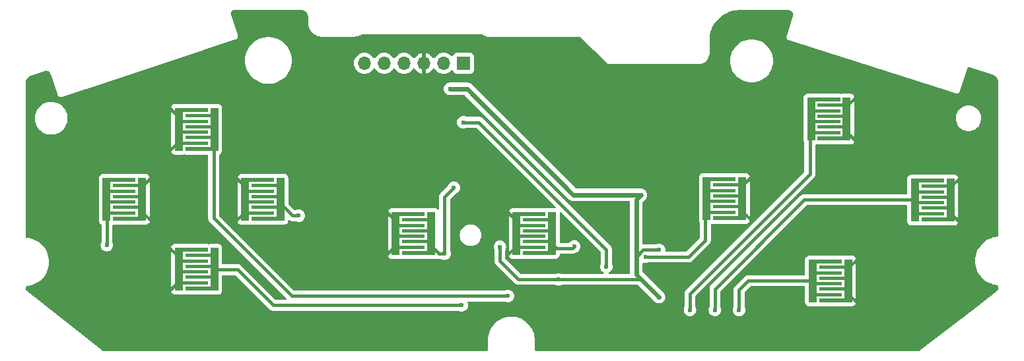
<source format=gtl>
G04 #@! TF.GenerationSoftware,KiCad,Pcbnew,8.0.9*
G04 #@! TF.CreationDate,2025-09-16T20:49:19+09:00*
G04 #@! TF.ProjectId,usb_sfc_pad,7573625f-7366-4635-9f70-61642e6b6963,rev?*
G04 #@! TF.SameCoordinates,Original*
G04 #@! TF.FileFunction,Copper,L1,Top*
G04 #@! TF.FilePolarity,Positive*
%FSLAX46Y46*%
G04 Gerber Fmt 4.6, Leading zero omitted, Abs format (unit mm)*
G04 Created by KiCad (PCBNEW 8.0.9) date 2025-09-16 20:49:19*
%MOMM*%
%LPD*%
G01*
G04 APERTURE LIST*
G04 Aperture macros list*
%AMFreePoly0*
4,1,19,0.300000,-2.700000,-3.900000,-2.700000,-3.900000,-2.200000,-0.700000,-2.200000,-0.700000,-1.200000,-3.900000,-1.200000,-3.900000,-0.800000,-0.700000,-0.800000,-0.700000,0.200000,-3.900000,0.200000,-3.900000,0.600000,-0.700000,0.600000,-0.700000,1.600000,-3.900000,1.600000,-3.900000,2.000000,-0.700000,2.000000,-0.700000,2.800000,0.300000,2.800000,0.300000,-2.700000,0.300000,-2.700000,
$1*%
%AMFreePoly1*
4,1,19,3.900000,2.200000,0.700000,2.200000,0.700000,1.200000,3.900000,1.200000,3.900000,0.800000,0.700000,0.800000,0.700000,-0.200000,3.900000,-0.200000,3.900000,-0.600000,0.700000,-0.600000,0.700000,-1.600000,3.900000,-1.600000,3.900000,-2.000000,0.700000,-2.000000,0.700000,-2.800000,-0.300000,-2.800000,-0.300000,2.700000,3.900000,2.700000,3.900000,2.200000,3.900000,2.200000,
$1*%
G04 Aperture macros list end*
G04 #@! TA.AperFunction,SMDPad,CuDef*
%ADD10FreePoly0,0.000000*%
G04 #@! TD*
G04 #@! TA.AperFunction,SMDPad,CuDef*
%ADD11FreePoly1,0.000000*%
G04 #@! TD*
G04 #@! TA.AperFunction,ComponentPad*
%ADD12R,1.700000X1.700000*%
G04 #@! TD*
G04 #@! TA.AperFunction,ComponentPad*
%ADD13O,1.700000X1.700000*%
G04 #@! TD*
G04 #@! TA.AperFunction,ViaPad*
%ADD14C,0.600000*%
G04 #@! TD*
G04 #@! TA.AperFunction,Conductor*
%ADD15C,0.400000*%
G04 #@! TD*
G04 #@! TA.AperFunction,Conductor*
%ADD16C,0.600000*%
G04 #@! TD*
G04 APERTURE END LIST*
D10*
X144050000Y-111950000D03*
D11*
X139150000Y-111850000D03*
D10*
X107000000Y-107550000D03*
D11*
X102100000Y-107450000D03*
D10*
X124750000Y-107550000D03*
D11*
X119850000Y-107450000D03*
D10*
X197550000Y-118050000D03*
D11*
X192650000Y-117950000D03*
D10*
X116250000Y-116550000D03*
D11*
X111350000Y-116450000D03*
D10*
X116250000Y-98550000D03*
D11*
X111350000Y-98450000D03*
D10*
X183950000Y-107450000D03*
D11*
X179050000Y-107350000D03*
D10*
X210650000Y-107650000D03*
D11*
X205750000Y-107550000D03*
D10*
X159550000Y-111950000D03*
D11*
X154650000Y-111850000D03*
D10*
X197350000Y-97250000D03*
D11*
X192450000Y-97150000D03*
D12*
X148020000Y-90000000D03*
D13*
X145480000Y-90000000D03*
X142940000Y-90000000D03*
X140400000Y-90000000D03*
X137860000Y-90000000D03*
X135320000Y-90000000D03*
D14*
X142940000Y-92660000D03*
X170775000Y-106925000D03*
X173125000Y-114000000D03*
X152700000Y-113610295D03*
X173100000Y-120075000D03*
X146300000Y-93300000D03*
X160200000Y-117800000D03*
X180275000Y-121725000D03*
X162250000Y-113550000D03*
X126900000Y-109600000D03*
X171400000Y-114900000D03*
X146800000Y-106000000D03*
X145600000Y-114500000D03*
X153725000Y-119925000D03*
X147800000Y-121125000D03*
X148000000Y-97600000D03*
X166350000Y-116150000D03*
X102300000Y-113400000D03*
X183375000Y-121725000D03*
X177075000Y-121725000D03*
D15*
X152700000Y-115400000D02*
X152700000Y-113610295D01*
X170200000Y-114900000D02*
X170200000Y-115180761D01*
D16*
X170200000Y-107500000D02*
X170775000Y-106925000D01*
X173100000Y-120075000D02*
X170200000Y-117175000D01*
X170775000Y-106925000D02*
X162125000Y-106925000D01*
D15*
X173125000Y-114000000D02*
X171100000Y-114000000D01*
X160200000Y-117800000D02*
X155100000Y-117800000D01*
D16*
X162125000Y-106925000D02*
X148500000Y-93300000D01*
X148500000Y-93300000D02*
X146300000Y-93300000D01*
D15*
X170825000Y-117800000D02*
X160200000Y-117800000D01*
X155100000Y-117800000D02*
X152700000Y-115400000D01*
D16*
X170200000Y-117175000D02*
X170200000Y-107500000D01*
D15*
X171100000Y-114000000D02*
X170200000Y-114900000D01*
X173100000Y-120075000D02*
X170825000Y-117800000D01*
X180275000Y-119025000D02*
X191750000Y-107550000D01*
X191750000Y-107550000D02*
X205750000Y-107550000D01*
X180275000Y-121725000D02*
X180275000Y-119025000D01*
X162250000Y-113550000D02*
X162000000Y-113800000D01*
X162000000Y-113800000D02*
X160000000Y-113800000D01*
X160000000Y-113800000D02*
X159550000Y-113350000D01*
X159550000Y-113350000D02*
X159550000Y-111950000D01*
X126100000Y-109600000D02*
X124750000Y-108250000D01*
X124750000Y-108250000D02*
X124750000Y-107550000D01*
X126900000Y-109600000D02*
X126100000Y-109600000D01*
X176900000Y-114900000D02*
X179050000Y-112750000D01*
X171400000Y-114900000D02*
X176900000Y-114900000D01*
X179050000Y-112750000D02*
X179050000Y-107350000D01*
X144900000Y-114500000D02*
X144050000Y-113650000D01*
X145600000Y-107200000D02*
X146800000Y-106000000D01*
X144050000Y-113650000D02*
X144050000Y-111950000D01*
X145600000Y-114500000D02*
X144900000Y-114500000D01*
X145600000Y-114500000D02*
X145600000Y-107200000D01*
X116250000Y-100022758D02*
X116250000Y-98550000D01*
X126025000Y-119925000D02*
X116000000Y-109900000D01*
X116000000Y-109900000D02*
X116000000Y-100272758D01*
X116000000Y-100272758D02*
X116250000Y-100022758D01*
X153725000Y-119925000D02*
X126025000Y-119925000D01*
X119050000Y-116550000D02*
X116250000Y-116550000D01*
X147800000Y-121125000D02*
X123625000Y-121125000D01*
X123625000Y-121125000D02*
X119050000Y-116550000D01*
X150000000Y-97600000D02*
X148000000Y-97600000D01*
X166350000Y-116150000D02*
X166350000Y-113950000D01*
X166350000Y-113950000D02*
X150000000Y-97600000D01*
X102300000Y-113400000D02*
X102300000Y-107650000D01*
X102300000Y-107650000D02*
X102100000Y-107450000D01*
X184550000Y-117950000D02*
X192650000Y-117950000D01*
X183375000Y-119125000D02*
X184550000Y-117950000D01*
X183375000Y-121725000D02*
X183375000Y-119125000D01*
X177075000Y-119625000D02*
X192450000Y-104250000D01*
X177075000Y-121725000D02*
X177075000Y-119625000D01*
X192450000Y-104250000D02*
X192450000Y-97150000D01*
G04 #@! TA.AperFunction,Conductor*
G36*
X127210002Y-83169401D02*
G01*
X127269802Y-83169400D01*
X127281955Y-83169996D01*
X127423605Y-83183947D01*
X127447434Y-83188686D01*
X127577790Y-83228229D01*
X127600242Y-83237529D01*
X127720371Y-83301741D01*
X127740582Y-83315246D01*
X127841577Y-83398133D01*
X127845869Y-83401655D01*
X127863058Y-83418844D01*
X127949468Y-83524139D01*
X127962972Y-83544349D01*
X128016983Y-83645404D01*
X128027177Y-83664475D01*
X128036479Y-83686934D01*
X128076016Y-83817284D01*
X128080757Y-83841127D01*
X128094732Y-83983075D01*
X128095329Y-83995228D01*
X128095327Y-84062962D01*
X128095330Y-84063007D01*
X128095330Y-84717828D01*
X128095279Y-84718001D01*
X128095281Y-84888913D01*
X128095282Y-84888923D01*
X128126529Y-85126219D01*
X128126531Y-85126229D01*
X128188483Y-85357416D01*
X128188489Y-85357432D01*
X128280081Y-85578542D01*
X128280086Y-85578552D01*
X128289072Y-85594116D01*
X128375706Y-85744165D01*
X128399767Y-85785837D01*
X128545473Y-85975717D01*
X128545483Y-85975728D01*
X128714701Y-86144939D01*
X128714729Y-86144967D01*
X128904624Y-86290673D01*
X128904626Y-86290674D01*
X128904635Y-86290680D01*
X129048518Y-86373747D01*
X129111912Y-86410346D01*
X129333047Y-86501939D01*
X129564245Y-86563884D01*
X129801551Y-86595122D01*
X129921228Y-86595120D01*
X133988302Y-86595120D01*
X133997709Y-86595120D01*
X133997747Y-86595116D01*
X134038903Y-86595122D01*
X134039036Y-86595123D01*
X134039036Y-86595122D01*
X134039046Y-86595123D01*
X134270798Y-86568602D01*
X134270813Y-86568598D01*
X134270816Y-86568598D01*
X134498029Y-86515906D01*
X134498029Y-86515905D01*
X134498033Y-86515905D01*
X134498037Y-86515903D01*
X134498042Y-86515902D01*
X134556470Y-86495114D01*
X134717803Y-86437715D01*
X134927259Y-86335047D01*
X135032503Y-86267634D01*
X135099402Y-86248051D01*
X150362348Y-86250462D01*
X150429384Y-86270157D01*
X150440371Y-86278102D01*
X150477672Y-86308312D01*
X150491272Y-86319327D01*
X150683139Y-86437718D01*
X150683377Y-86437865D01*
X150683381Y-86437867D01*
X150784884Y-86483802D01*
X150889027Y-86530932D01*
X151104871Y-86597009D01*
X151150759Y-86604839D01*
X151173454Y-86611240D01*
X151175520Y-86611767D01*
X151175526Y-86611770D01*
X151225422Y-86617738D01*
X151231534Y-86618625D01*
X151281079Y-86627089D01*
X151282994Y-86627162D01*
X151306820Y-86627475D01*
X151402678Y-86638943D01*
X151420039Y-86642290D01*
X151440563Y-86647789D01*
X151440565Y-86647789D01*
X151440568Y-86647790D01*
X151469244Y-86647790D01*
X151483970Y-86648667D01*
X151503825Y-86651042D01*
X151512436Y-86652073D01*
X151512436Y-86652072D01*
X151512437Y-86652073D01*
X151531872Y-86649280D01*
X151533466Y-86649051D01*
X151551104Y-86647790D01*
X162956220Y-86647790D01*
X163023259Y-86667475D01*
X163043145Y-86683359D01*
X166388364Y-89971594D01*
X166389121Y-89972345D01*
X166433910Y-90017134D01*
X166435051Y-90017995D01*
X166435891Y-90018633D01*
X166437148Y-90019597D01*
X166492227Y-90050769D01*
X166493016Y-90051219D01*
X166546768Y-90082253D01*
X166548057Y-90082997D01*
X166549502Y-90083581D01*
X166550460Y-90083973D01*
X166551836Y-90084542D01*
X166551954Y-90084572D01*
X166551957Y-90084574D01*
X166613220Y-90100426D01*
X166614102Y-90100658D01*
X166675238Y-90117040D01*
X166675241Y-90117040D01*
X166675360Y-90117072D01*
X166676789Y-90117248D01*
X166677862Y-90117385D01*
X166679405Y-90117588D01*
X166679538Y-90117586D01*
X166679539Y-90117587D01*
X166742635Y-90117045D01*
X166743700Y-90117040D01*
X178097419Y-90117040D01*
X178097423Y-90117041D01*
X178163315Y-90117040D01*
X178229202Y-90117040D01*
X178237657Y-90117040D01*
X178237818Y-90117029D01*
X178274465Y-90117029D01*
X178274466Y-90117029D01*
X178494030Y-90082252D01*
X178705450Y-90013556D01*
X178903521Y-89912633D01*
X179083367Y-89781968D01*
X179154386Y-89710950D01*
X182215527Y-89710950D01*
X182235720Y-90044789D01*
X182235720Y-90044794D01*
X182235721Y-90044795D01*
X182296008Y-90373771D01*
X182296009Y-90373775D01*
X182296010Y-90373779D01*
X182395502Y-90693063D01*
X182395506Y-90693074D01*
X182395507Y-90693077D01*
X182395509Y-90693082D01*
X182532774Y-90998072D01*
X182699520Y-91273903D01*
X182705805Y-91284300D01*
X182912067Y-91547573D01*
X183148556Y-91784062D01*
X183411829Y-91990324D01*
X183411834Y-91990327D01*
X183411838Y-91990330D01*
X183698058Y-92163356D01*
X184003048Y-92300621D01*
X184003058Y-92300624D01*
X184003066Y-92300627D01*
X184099729Y-92330748D01*
X184322359Y-92400122D01*
X184651335Y-92460409D01*
X184985180Y-92480603D01*
X185319025Y-92460409D01*
X185648001Y-92400122D01*
X185967312Y-92300621D01*
X186272302Y-92163356D01*
X186558522Y-91990330D01*
X186560782Y-91988560D01*
X186755558Y-91835962D01*
X186821800Y-91784065D01*
X187058295Y-91547570D01*
X187223501Y-91336700D01*
X187264554Y-91284300D01*
X187264554Y-91284298D01*
X187264560Y-91284292D01*
X187437586Y-90998072D01*
X187574851Y-90693082D01*
X187579603Y-90677834D01*
X187598787Y-90616267D01*
X187674352Y-90373771D01*
X187734639Y-90044795D01*
X187754833Y-89710950D01*
X187734639Y-89377105D01*
X187674352Y-89048129D01*
X187630583Y-88907669D01*
X187574857Y-88728836D01*
X187574853Y-88728825D01*
X187574851Y-88728818D01*
X187437586Y-88423828D01*
X187264560Y-88137608D01*
X187264557Y-88137604D01*
X187264554Y-88137599D01*
X187058292Y-87874326D01*
X186821803Y-87637837D01*
X186558530Y-87431575D01*
X186558522Y-87431570D01*
X186272302Y-87258544D01*
X185967312Y-87121279D01*
X185967307Y-87121277D01*
X185967304Y-87121276D01*
X185967293Y-87121272D01*
X185648009Y-87021780D01*
X185648005Y-87021779D01*
X185648001Y-87021778D01*
X185319025Y-86961491D01*
X185319024Y-86961490D01*
X185319019Y-86961490D01*
X184985180Y-86941297D01*
X184651340Y-86961490D01*
X184651335Y-86961491D01*
X184322359Y-87021778D01*
X184322356Y-87021778D01*
X184322350Y-87021780D01*
X184003066Y-87121272D01*
X184003055Y-87121276D01*
X183698062Y-87258542D01*
X183698060Y-87258543D01*
X183411829Y-87431575D01*
X183148556Y-87637837D01*
X182912067Y-87874326D01*
X182705805Y-88137599D01*
X182532773Y-88423830D01*
X182532772Y-88423832D01*
X182395506Y-88728825D01*
X182395502Y-88728836D01*
X182296010Y-89048120D01*
X182296008Y-89048126D01*
X182296008Y-89048129D01*
X182269804Y-89191120D01*
X182235720Y-89377110D01*
X182215527Y-89710950D01*
X179154386Y-89710950D01*
X179240558Y-89624779D01*
X179371225Y-89444935D01*
X179472150Y-89246864D01*
X179540848Y-89035445D01*
X179575628Y-88815881D01*
X179575628Y-88785058D01*
X179575630Y-88785041D01*
X179575630Y-88704710D01*
X179575630Y-88704708D01*
X179575632Y-88638839D01*
X179575630Y-88638834D01*
X179575631Y-88631255D01*
X179575630Y-88631221D01*
X179575630Y-87067630D01*
X179575631Y-87067627D01*
X179575630Y-87004783D01*
X179575779Y-86998700D01*
X179578456Y-86944190D01*
X179593653Y-86634788D01*
X179594846Y-86622683D01*
X179596465Y-86611770D01*
X179647856Y-86265299D01*
X179650229Y-86253371D01*
X179677383Y-86144963D01*
X179738017Y-85902891D01*
X179741536Y-85891288D01*
X179863259Y-85551084D01*
X179867914Y-85539850D01*
X179893655Y-85485424D01*
X180022385Y-85213242D01*
X180028112Y-85202525D01*
X180213865Y-84892611D01*
X180220612Y-84882515D01*
X180435838Y-84592314D01*
X180443542Y-84582924D01*
X180686188Y-84315202D01*
X180694778Y-84306612D01*
X180962500Y-84063962D01*
X180971885Y-84056261D01*
X181262091Y-83841027D01*
X181272178Y-83834287D01*
X181582091Y-83648531D01*
X181592812Y-83642802D01*
X181800967Y-83544351D01*
X181919427Y-83488323D01*
X181930644Y-83483676D01*
X182270846Y-83361949D01*
X182282454Y-83358427D01*
X182632938Y-83270636D01*
X182644869Y-83268262D01*
X183002254Y-83215249D01*
X183014354Y-83214057D01*
X183313676Y-83199352D01*
X183377454Y-83196219D01*
X183383538Y-83196070D01*
X183447192Y-83196070D01*
X189707840Y-83196070D01*
X189707868Y-83196071D01*
X189716488Y-83196070D01*
X189716492Y-83196072D01*
X189775097Y-83196070D01*
X189789616Y-83196922D01*
X189894621Y-83209304D01*
X189922870Y-83216061D01*
X190015222Y-83250001D01*
X190041119Y-83263142D01*
X190123048Y-83317643D01*
X190145173Y-83336445D01*
X190206534Y-83402445D01*
X190212171Y-83408508D01*
X190229322Y-83431954D01*
X190271859Y-83507261D01*
X190277711Y-83517620D01*
X190288936Y-83544411D01*
X190316066Y-83638981D01*
X190320751Y-83667652D01*
X190325133Y-83765942D01*
X190323019Y-83794914D01*
X190303038Y-83898667D01*
X190299454Y-83912765D01*
X189770218Y-85578542D01*
X189497248Y-86437718D01*
X189482606Y-86483803D01*
X189469183Y-86526049D01*
X189463147Y-86657693D01*
X189463147Y-86657699D01*
X189491386Y-86786413D01*
X189491387Y-86786416D01*
X189551981Y-86903442D01*
X189551984Y-86903447D01*
X189629895Y-86988847D01*
X189640801Y-87000801D01*
X189673570Y-87021778D01*
X189751787Y-87071850D01*
X189751788Y-87071850D01*
X189751791Y-87071852D01*
X211026996Y-93831244D01*
X211027001Y-93831247D01*
X211041181Y-93835752D01*
X211166778Y-93875656D01*
X211283561Y-93881011D01*
X211299777Y-93883715D01*
X211314734Y-93882440D01*
X211316800Y-93882534D01*
X211332368Y-93874245D01*
X211427146Y-93853453D01*
X211544174Y-93792858D01*
X211641531Y-93704040D01*
X211712582Y-93593049D01*
X212616282Y-90748660D01*
X212616303Y-90748610D01*
X212624065Y-90724178D01*
X212633413Y-90694749D01*
X212636315Y-90685614D01*
X212643621Y-90667631D01*
X212644165Y-90666546D01*
X212660572Y-90633782D01*
X212683090Y-90602307D01*
X212702734Y-90582356D01*
X212733855Y-90559358D01*
X212758701Y-90546432D01*
X212795394Y-90534150D01*
X212823012Y-90529513D01*
X212861708Y-90529142D01*
X212899333Y-90534716D01*
X212918228Y-90539049D01*
X215839162Y-91454458D01*
X215839172Y-91454463D01*
X215905091Y-91475122D01*
X215915634Y-91478958D01*
X216013356Y-91519608D01*
X216060951Y-91539407D01*
X216080783Y-91549851D01*
X216208108Y-91632405D01*
X216225732Y-91646245D01*
X216269655Y-91687679D01*
X216336105Y-91750364D01*
X216350952Y-91767155D01*
X216440789Y-91889457D01*
X216452367Y-91908639D01*
X216518712Y-92045105D01*
X216526650Y-92066067D01*
X216567344Y-92212251D01*
X216571379Y-92234301D01*
X216585621Y-92391275D01*
X216586128Y-92402481D01*
X216586127Y-92470758D01*
X216586130Y-92470803D01*
X216586130Y-112192190D01*
X216566445Y-112259229D01*
X216513641Y-112304984D01*
X216474169Y-112315604D01*
X216298977Y-112332693D01*
X216298961Y-112332695D01*
X215965812Y-112402446D01*
X215642221Y-112508081D01*
X215332081Y-112648331D01*
X215332075Y-112648334D01*
X215039051Y-112821539D01*
X214766642Y-113025632D01*
X214766631Y-113025640D01*
X214518097Y-113258175D01*
X214518082Y-113258190D01*
X214518082Y-113258191D01*
X214460094Y-113325725D01*
X214296336Y-113516442D01*
X214104047Y-113797304D01*
X214104040Y-113797316D01*
X213943494Y-114097453D01*
X213816595Y-114413303D01*
X213816593Y-114413308D01*
X213724860Y-114741091D01*
X213724859Y-114741097D01*
X213669377Y-115076934D01*
X213669376Y-115076943D01*
X213650811Y-115416801D01*
X213650811Y-115416815D01*
X213669378Y-115756673D01*
X213669379Y-115756679D01*
X213669379Y-115756683D01*
X213669380Y-115756688D01*
X213713426Y-116023294D01*
X213724863Y-116092520D01*
X213724864Y-116092528D01*
X213816597Y-116420303D01*
X213816599Y-116420309D01*
X213943499Y-116736158D01*
X213943507Y-116736175D01*
X214092461Y-117014632D01*
X214104054Y-117036304D01*
X214296347Y-117317172D01*
X214518092Y-117575420D01*
X214766651Y-117807975D01*
X215039064Y-118012069D01*
X215332089Y-118185273D01*
X215642238Y-118325525D01*
X215642242Y-118325526D01*
X215642246Y-118325528D01*
X215965812Y-118431153D01*
X215965823Y-118431156D01*
X216168460Y-118473581D01*
X216298983Y-118500908D01*
X216298988Y-118500909D01*
X216383829Y-118509183D01*
X216474167Y-118517994D01*
X216538979Y-118544093D01*
X216579392Y-118601089D01*
X216586130Y-118641408D01*
X216586130Y-119098629D01*
X216566445Y-119165668D01*
X216538055Y-119196667D01*
X213273325Y-121725003D01*
X206562799Y-126921899D01*
X206522771Y-126952898D01*
X206457714Y-126978383D01*
X206446846Y-126978860D01*
X157292410Y-126978860D01*
X157225371Y-126959175D01*
X157179616Y-126906371D01*
X157168410Y-126854860D01*
X157168410Y-125659588D01*
X157168650Y-125655825D01*
X157168411Y-125585368D01*
X157168410Y-125584947D01*
X157168410Y-125514562D01*
X157168081Y-125509693D01*
X157167726Y-125416935D01*
X157129525Y-125084856D01*
X157054728Y-124759087D01*
X157054726Y-124759078D01*
X156944249Y-124443603D01*
X156799459Y-124142329D01*
X156622143Y-123858976D01*
X156414489Y-123597042D01*
X156179061Y-123359758D01*
X155918765Y-123150055D01*
X155857879Y-123111285D01*
X155636815Y-122970520D01*
X155489780Y-122898430D01*
X155336685Y-122823369D01*
X155336683Y-122823368D01*
X155022093Y-122710421D01*
X155022088Y-122710419D01*
X155022086Y-122710419D01*
X154696900Y-122633063D01*
X154696897Y-122633062D01*
X154696894Y-122633062D01*
X154597772Y-122620870D01*
X154365140Y-122592258D01*
X154349079Y-122592077D01*
X154030911Y-122588505D01*
X154030891Y-122588506D01*
X153698317Y-122621851D01*
X153698308Y-122621853D01*
X153371467Y-122691889D01*
X153371461Y-122691890D01*
X153371456Y-122691892D01*
X153371453Y-122691892D01*
X153054427Y-122797742D01*
X153054403Y-122797751D01*
X152751060Y-122938121D01*
X152558919Y-123054491D01*
X152465146Y-123111285D01*
X152465142Y-123111287D01*
X152465142Y-123111288D01*
X152200205Y-123315093D01*
X152200201Y-123315097D01*
X151959523Y-123547019D01*
X151959514Y-123547028D01*
X151959512Y-123547031D01*
X151892448Y-123627831D01*
X151746031Y-123804236D01*
X151562395Y-124083543D01*
X151410880Y-124381488D01*
X151293352Y-124694395D01*
X151211255Y-125018421D01*
X151211253Y-125018433D01*
X151165611Y-125349543D01*
X151165609Y-125349562D01*
X151163165Y-125442539D01*
X151161308Y-125455498D01*
X151162110Y-125455604D01*
X151161050Y-125463656D01*
X151161050Y-125521472D01*
X151161009Y-125524675D01*
X151159514Y-125582498D01*
X151160365Y-125590554D01*
X151161050Y-125603567D01*
X151161050Y-126854860D01*
X151141365Y-126921899D01*
X151088561Y-126967654D01*
X151037050Y-126978860D01*
X101780070Y-126978860D01*
X101713031Y-126959175D01*
X101703079Y-126952063D01*
X91970399Y-119243200D01*
X91930069Y-119186145D01*
X91923390Y-119145997D01*
X91923390Y-118774292D01*
X91943075Y-118707253D01*
X91995879Y-118661498D01*
X92037258Y-118650707D01*
X92207509Y-118636750D01*
X92543923Y-118571319D01*
X92871090Y-118469256D01*
X93185035Y-118331801D01*
X93481942Y-118160625D01*
X93758203Y-117957808D01*
X94010461Y-117725814D01*
X94235650Y-117467463D01*
X94266300Y-117423294D01*
X94431024Y-117185908D01*
X94431024Y-117185907D01*
X94431033Y-117185895D01*
X94594237Y-116884531D01*
X94723276Y-116567035D01*
X94816584Y-116237264D01*
X94873026Y-115899226D01*
X94888121Y-115625789D01*
X94891917Y-115557038D01*
X94891917Y-115557021D01*
X94876680Y-115281032D01*
X94873026Y-115214834D01*
X94816584Y-114876796D01*
X94723276Y-114547025D01*
X94594237Y-114229529D01*
X94431033Y-113928165D01*
X94431030Y-113928161D01*
X94431024Y-113928151D01*
X94235658Y-113646607D01*
X94235650Y-113646597D01*
X94010468Y-113388253D01*
X94010464Y-113388249D01*
X94010009Y-113387831D01*
X93891335Y-113278689D01*
X93758209Y-113156257D01*
X93758198Y-113156248D01*
X93481940Y-112953433D01*
X93185035Y-112782259D01*
X93111356Y-112750000D01*
X92871090Y-112644804D01*
X92543923Y-112542741D01*
X92543918Y-112542740D01*
X92207517Y-112477311D01*
X92207493Y-112477308D01*
X92037258Y-112463352D01*
X91972051Y-112438256D01*
X91930764Y-112381890D01*
X91923390Y-112339767D01*
X91923390Y-104749999D01*
X101294500Y-104749999D01*
X101294500Y-110249998D01*
X101299644Y-110321940D01*
X101324200Y-110405565D01*
X101337920Y-110452293D01*
X101340182Y-110459994D01*
X101417967Y-110581030D01*
X101417971Y-110581034D01*
X101503331Y-110655000D01*
X101526706Y-110675254D01*
X101526709Y-110675255D01*
X101526710Y-110675256D01*
X101527007Y-110675392D01*
X101527253Y-110675605D01*
X101534169Y-110680050D01*
X101533530Y-110681043D01*
X101579813Y-110721145D01*
X101599500Y-110788184D01*
X101599500Y-112974507D01*
X101580494Y-113040478D01*
X101574209Y-113050479D01*
X101514633Y-113220737D01*
X101514630Y-113220750D01*
X101494435Y-113399996D01*
X101494435Y-113400003D01*
X101514630Y-113579249D01*
X101514631Y-113579254D01*
X101574211Y-113749523D01*
X101658142Y-113883098D01*
X101670184Y-113902262D01*
X101797738Y-114029816D01*
X101829296Y-114049645D01*
X101905381Y-114097453D01*
X101950478Y-114125789D01*
X102104878Y-114179816D01*
X102120745Y-114185368D01*
X102120750Y-114185369D01*
X102299996Y-114205565D01*
X102300000Y-114205565D01*
X102300004Y-114205565D01*
X102479249Y-114185369D01*
X102479252Y-114185368D01*
X102479255Y-114185368D01*
X102649522Y-114125789D01*
X102802262Y-114029816D01*
X102929816Y-113902262D01*
X103025789Y-113749522D01*
X103085368Y-113579255D01*
X103088664Y-113550003D01*
X103105565Y-113400003D01*
X103105565Y-113399996D01*
X103085369Y-113220750D01*
X103085366Y-113220737D01*
X103025790Y-113050479D01*
X103019506Y-113040478D01*
X103000500Y-112974507D01*
X103000500Y-110879000D01*
X103020185Y-110811961D01*
X103072989Y-110766206D01*
X103124500Y-110755000D01*
X107300000Y-110755000D01*
X107300002Y-110754999D01*
X107371870Y-110749859D01*
X107509781Y-110709365D01*
X107630703Y-110631654D01*
X107724832Y-110523023D01*
X107724835Y-110523020D01*
X107784543Y-110392278D01*
X107784544Y-110392273D01*
X107787671Y-110370513D01*
X107787671Y-110370511D01*
X106541157Y-109123998D01*
X106507672Y-109062675D01*
X106505154Y-109045162D01*
X106500355Y-108978059D01*
X106489181Y-108940005D01*
X106459819Y-108840008D01*
X106430477Y-108794352D01*
X106410793Y-108727314D01*
X106430477Y-108660274D01*
X106483281Y-108614519D01*
X106552439Y-108604575D01*
X106615995Y-108633600D01*
X106622474Y-108639632D01*
X107804999Y-109822157D01*
X107805000Y-109822157D01*
X107805000Y-105177842D01*
X107804999Y-105177841D01*
X106712669Y-106270172D01*
X106651346Y-106303657D01*
X106581654Y-106298673D01*
X106525721Y-106256801D01*
X106501304Y-106191338D01*
X106500561Y-106180944D01*
X106500355Y-106178059D01*
X106478848Y-106104815D01*
X106461782Y-106046693D01*
X106461782Y-105976825D01*
X106493078Y-105924078D01*
X107786051Y-104631105D01*
X107759363Y-104540216D01*
X107759362Y-104540214D01*
X107681654Y-104419296D01*
X107573023Y-104325167D01*
X107573022Y-104325166D01*
X107442278Y-104265456D01*
X107442274Y-104265455D01*
X107299998Y-104245000D01*
X106299997Y-104245000D01*
X106228132Y-104250139D01*
X106228130Y-104250140D01*
X106191915Y-104260773D01*
X106139337Y-104264533D01*
X106000000Y-104244500D01*
X101800000Y-104244500D01*
X101799997Y-104244500D01*
X101728059Y-104249644D01*
X101590005Y-104290182D01*
X101468969Y-104367967D01*
X101468965Y-104367971D01*
X101374750Y-104476700D01*
X101374744Y-104476709D01*
X101314976Y-104607580D01*
X101314975Y-104607585D01*
X101294500Y-104749999D01*
X91923390Y-104749999D01*
X91923390Y-97087320D01*
X93057422Y-97087320D01*
X93077031Y-97374000D01*
X93077031Y-97374004D01*
X93077032Y-97374006D01*
X93089712Y-97435024D01*
X93135496Y-97655354D01*
X93135497Y-97655357D01*
X93231724Y-97926113D01*
X93231723Y-97926113D01*
X93363928Y-98181255D01*
X93529642Y-98416020D01*
X93602801Y-98494353D01*
X93725777Y-98626028D01*
X93893739Y-98762675D01*
X93948683Y-98807375D01*
X94194212Y-98956685D01*
X94381067Y-99037846D01*
X94457772Y-99071164D01*
X94734472Y-99148691D01*
X94984750Y-99183091D01*
X95019151Y-99187820D01*
X95019152Y-99187820D01*
X95306509Y-99187820D01*
X95337200Y-99183601D01*
X95591188Y-99148691D01*
X95867888Y-99071164D01*
X95980845Y-99022099D01*
X96131447Y-98956685D01*
X96131450Y-98956683D01*
X96131455Y-98956681D01*
X96376977Y-98807375D01*
X96599883Y-98626028D01*
X96796019Y-98416018D01*
X96961731Y-98181256D01*
X97093934Y-97926117D01*
X97190164Y-97655352D01*
X97248628Y-97374006D01*
X97268238Y-97087320D01*
X97248628Y-96800634D01*
X97190164Y-96519288D01*
X97093935Y-96248526D01*
X97093936Y-96248526D01*
X97057310Y-96177841D01*
X110545000Y-96177841D01*
X110545000Y-100822158D01*
X111637330Y-99729827D01*
X111698653Y-99696342D01*
X111768344Y-99701326D01*
X111824278Y-99743197D01*
X111848695Y-99808661D01*
X111849645Y-99821942D01*
X111888216Y-99953304D01*
X111888216Y-100023174D01*
X111856920Y-100075920D01*
X110563947Y-101368892D01*
X110563947Y-101368894D01*
X110590636Y-101459784D01*
X110590637Y-101459786D01*
X110668345Y-101580703D01*
X110776976Y-101674832D01*
X110776977Y-101674833D01*
X110907721Y-101734543D01*
X110907725Y-101734544D01*
X111050001Y-101754999D01*
X111050003Y-101755000D01*
X112050000Y-101755000D01*
X112050002Y-101754999D01*
X112121870Y-101749860D01*
X112158076Y-101739228D01*
X112210659Y-101735466D01*
X112350000Y-101755500D01*
X115175500Y-101755500D01*
X115242539Y-101775185D01*
X115288294Y-101827989D01*
X115299500Y-101879500D01*
X115299500Y-109831006D01*
X115299500Y-109968994D01*
X115299500Y-109968996D01*
X115299499Y-109968996D01*
X115326418Y-110104322D01*
X115326421Y-110104332D01*
X115379222Y-110231807D01*
X115455887Y-110346545D01*
X115455888Y-110346546D01*
X125322162Y-120212819D01*
X125355647Y-120274142D01*
X125350663Y-120343834D01*
X125308791Y-120399767D01*
X125243327Y-120424184D01*
X125234481Y-120424500D01*
X123966519Y-120424500D01*
X123899480Y-120404815D01*
X123878838Y-120388181D01*
X119496546Y-116005888D01*
X119496545Y-116005887D01*
X119381807Y-115929222D01*
X119254332Y-115876421D01*
X119254322Y-115876418D01*
X119118996Y-115849500D01*
X119118994Y-115849500D01*
X119118993Y-115849500D01*
X117179500Y-115849500D01*
X117112461Y-115829815D01*
X117066706Y-115777011D01*
X117055500Y-115725500D01*
X117055500Y-113750000D01*
X117050355Y-113678060D01*
X117009819Y-113540008D01*
X116964911Y-113470130D01*
X116932032Y-113418969D01*
X116932028Y-113418965D01*
X116823299Y-113324750D01*
X116823297Y-113324748D01*
X116823294Y-113324746D01*
X116823290Y-113324744D01*
X116692419Y-113264976D01*
X116692414Y-113264975D01*
X116550000Y-113244500D01*
X115550000Y-113244500D01*
X115549997Y-113244500D01*
X115478061Y-113249644D01*
X115478056Y-113249645D01*
X115439591Y-113260939D01*
X115387014Y-113264699D01*
X115250000Y-113245000D01*
X111049997Y-113245000D01*
X110978129Y-113250140D01*
X110840218Y-113290634D01*
X110719296Y-113368345D01*
X110625167Y-113476976D01*
X110625164Y-113476979D01*
X110565458Y-113607717D01*
X110565457Y-113607724D01*
X110562327Y-113629486D01*
X111808842Y-114876000D01*
X111842327Y-114937323D01*
X111844845Y-114954834D01*
X111849644Y-115021940D01*
X111865795Y-115076943D01*
X111890181Y-115159992D01*
X111890182Y-115159993D01*
X111919521Y-115205646D01*
X111939205Y-115272685D01*
X111919520Y-115339725D01*
X111866716Y-115385480D01*
X111797557Y-115395423D01*
X111734002Y-115366398D01*
X111727524Y-115360366D01*
X110545000Y-114177841D01*
X110545000Y-118822158D01*
X111637330Y-117729827D01*
X111698653Y-117696342D01*
X111768344Y-117701326D01*
X111824278Y-117743197D01*
X111848695Y-117808661D01*
X111849645Y-117821942D01*
X111888216Y-117953304D01*
X111888216Y-118023174D01*
X111856920Y-118075920D01*
X110563947Y-119368892D01*
X110563947Y-119368894D01*
X110590636Y-119459784D01*
X110590637Y-119459786D01*
X110668345Y-119580703D01*
X110776976Y-119674832D01*
X110776977Y-119674833D01*
X110907721Y-119734543D01*
X110907725Y-119734544D01*
X111050001Y-119754999D01*
X111050003Y-119755000D01*
X112050000Y-119755000D01*
X112050002Y-119754999D01*
X112121870Y-119749860D01*
X112158076Y-119739228D01*
X112210659Y-119735466D01*
X112350000Y-119755500D01*
X112350003Y-119755500D01*
X116550000Y-119755500D01*
X116621940Y-119750355D01*
X116759992Y-119709819D01*
X116881032Y-119632031D01*
X116975254Y-119523294D01*
X117026378Y-119411348D01*
X117035023Y-119392419D01*
X117035024Y-119392414D01*
X117036976Y-119378838D01*
X117055500Y-119250000D01*
X117055500Y-117374500D01*
X117075185Y-117307461D01*
X117127989Y-117261706D01*
X117179500Y-117250500D01*
X118708481Y-117250500D01*
X118775520Y-117270185D01*
X118796162Y-117286819D01*
X123178453Y-121669111D01*
X123178454Y-121669112D01*
X123293192Y-121745777D01*
X123420667Y-121798578D01*
X123420672Y-121798580D01*
X123420676Y-121798580D01*
X123420677Y-121798581D01*
X123556003Y-121825500D01*
X123556006Y-121825500D01*
X123556007Y-121825500D01*
X147374506Y-121825500D01*
X147440477Y-121844506D01*
X147450474Y-121850787D01*
X147450475Y-121850787D01*
X147450478Y-121850789D01*
X147603258Y-121904249D01*
X147620745Y-121910368D01*
X147620750Y-121910369D01*
X147799996Y-121930565D01*
X147800000Y-121930565D01*
X147800004Y-121930565D01*
X147979249Y-121910369D01*
X147979252Y-121910368D01*
X147979255Y-121910368D01*
X148149522Y-121850789D01*
X148302262Y-121754816D01*
X148332082Y-121724996D01*
X176269435Y-121724996D01*
X176269435Y-121725003D01*
X176289630Y-121904249D01*
X176289631Y-121904254D01*
X176349211Y-122074523D01*
X176445184Y-122227262D01*
X176572738Y-122354816D01*
X176725478Y-122450789D01*
X176895745Y-122510368D01*
X176895750Y-122510369D01*
X177074996Y-122530565D01*
X177075000Y-122530565D01*
X177075004Y-122530565D01*
X177254249Y-122510369D01*
X177254252Y-122510368D01*
X177254255Y-122510368D01*
X177424522Y-122450789D01*
X177577262Y-122354816D01*
X177704816Y-122227262D01*
X177800789Y-122074522D01*
X177860368Y-121904255D01*
X177866392Y-121850789D01*
X177880565Y-121725003D01*
X177880565Y-121724996D01*
X179469435Y-121724996D01*
X179469435Y-121725003D01*
X179489630Y-121904249D01*
X179489631Y-121904254D01*
X179549211Y-122074523D01*
X179645184Y-122227262D01*
X179772738Y-122354816D01*
X179925478Y-122450789D01*
X180095745Y-122510368D01*
X180095750Y-122510369D01*
X180274996Y-122530565D01*
X180275000Y-122530565D01*
X180275004Y-122530565D01*
X180454249Y-122510369D01*
X180454252Y-122510368D01*
X180454255Y-122510368D01*
X180624522Y-122450789D01*
X180777262Y-122354816D01*
X180904816Y-122227262D01*
X181000789Y-122074522D01*
X181060368Y-121904255D01*
X181066392Y-121850789D01*
X181080565Y-121725003D01*
X181080565Y-121724996D01*
X182569435Y-121724996D01*
X182569435Y-121725003D01*
X182589630Y-121904249D01*
X182589631Y-121904254D01*
X182649211Y-122074523D01*
X182745184Y-122227262D01*
X182872738Y-122354816D01*
X183025478Y-122450789D01*
X183195745Y-122510368D01*
X183195750Y-122510369D01*
X183374996Y-122530565D01*
X183375000Y-122530565D01*
X183375004Y-122530565D01*
X183554249Y-122510369D01*
X183554252Y-122510368D01*
X183554255Y-122510368D01*
X183724522Y-122450789D01*
X183877262Y-122354816D01*
X184004816Y-122227262D01*
X184100789Y-122074522D01*
X184160368Y-121904255D01*
X184166392Y-121850789D01*
X184180565Y-121725003D01*
X184180565Y-121724996D01*
X184160369Y-121545750D01*
X184160366Y-121545737D01*
X184100790Y-121375479D01*
X184094506Y-121365478D01*
X184075500Y-121299507D01*
X184075500Y-119466519D01*
X184095185Y-119399480D01*
X184111819Y-119378838D01*
X184803838Y-118686819D01*
X184865161Y-118653334D01*
X184891519Y-118650500D01*
X191720500Y-118650500D01*
X191787539Y-118670185D01*
X191833294Y-118722989D01*
X191844500Y-118774500D01*
X191844500Y-120750002D01*
X191849644Y-120821940D01*
X191890182Y-120959994D01*
X191967967Y-121081030D01*
X191967971Y-121081034D01*
X192018710Y-121125000D01*
X192076706Y-121175254D01*
X192117174Y-121193735D01*
X192207580Y-121235023D01*
X192207583Y-121235023D01*
X192207584Y-121235024D01*
X192350000Y-121255500D01*
X192350003Y-121255500D01*
X193350000Y-121255500D01*
X193421940Y-121250355D01*
X193460404Y-121239060D01*
X193512985Y-121235300D01*
X193650001Y-121254999D01*
X193650003Y-121255000D01*
X197850000Y-121255000D01*
X197850002Y-121254999D01*
X197921870Y-121249859D01*
X198059781Y-121209365D01*
X198180703Y-121131654D01*
X198274832Y-121023023D01*
X198274835Y-121023020D01*
X198334543Y-120892278D01*
X198334544Y-120892273D01*
X198337671Y-120870513D01*
X198337671Y-120870511D01*
X197091157Y-119623998D01*
X197057672Y-119562675D01*
X197055154Y-119545162D01*
X197050355Y-119478059D01*
X197034111Y-119422738D01*
X197009819Y-119340008D01*
X196980477Y-119294352D01*
X196960793Y-119227314D01*
X196980477Y-119160274D01*
X197033281Y-119114519D01*
X197102439Y-119104575D01*
X197165995Y-119133600D01*
X197172474Y-119139632D01*
X198354999Y-120322157D01*
X198355000Y-120322157D01*
X198355000Y-115677842D01*
X198354999Y-115677841D01*
X197262669Y-116770172D01*
X197201346Y-116803657D01*
X197131654Y-116798673D01*
X197075721Y-116756801D01*
X197051304Y-116691338D01*
X197050355Y-116678060D01*
X197011782Y-116546693D01*
X197011782Y-116476825D01*
X197043078Y-116424078D01*
X198336051Y-115131105D01*
X198309363Y-115040216D01*
X198309362Y-115040214D01*
X198231654Y-114919296D01*
X198123023Y-114825167D01*
X198123022Y-114825166D01*
X197992278Y-114765456D01*
X197992274Y-114765455D01*
X197849998Y-114745000D01*
X196849997Y-114745000D01*
X196778132Y-114750139D01*
X196778130Y-114750140D01*
X196741915Y-114760773D01*
X196689337Y-114764533D01*
X196550000Y-114744500D01*
X192350000Y-114744500D01*
X192349997Y-114744500D01*
X192278059Y-114749644D01*
X192140005Y-114790182D01*
X192018969Y-114867967D01*
X192018965Y-114867971D01*
X191924750Y-114976700D01*
X191924744Y-114976709D01*
X191864976Y-115107580D01*
X191864975Y-115107585D01*
X191844500Y-115249999D01*
X191844500Y-117125500D01*
X191824815Y-117192539D01*
X191772011Y-117238294D01*
X191720500Y-117249500D01*
X184481004Y-117249500D01*
X184345677Y-117276418D01*
X184345667Y-117276421D01*
X184218192Y-117329222D01*
X184103454Y-117405887D01*
X182830887Y-118678454D01*
X182754222Y-118793192D01*
X182701421Y-118920667D01*
X182701421Y-118920669D01*
X182701420Y-118920672D01*
X182684248Y-119007003D01*
X182684248Y-119007004D01*
X182674500Y-119056006D01*
X182674500Y-121299507D01*
X182655494Y-121365478D01*
X182649209Y-121375479D01*
X182589633Y-121545737D01*
X182589630Y-121545750D01*
X182569435Y-121724996D01*
X181080565Y-121724996D01*
X181060369Y-121545750D01*
X181060366Y-121545737D01*
X181000790Y-121375479D01*
X180994506Y-121365478D01*
X180975500Y-121299507D01*
X180975500Y-119366519D01*
X180995185Y-119299480D01*
X181011819Y-119278838D01*
X192003838Y-108286819D01*
X192065161Y-108253334D01*
X192091519Y-108250500D01*
X204820500Y-108250500D01*
X204887539Y-108270185D01*
X204933294Y-108322989D01*
X204944500Y-108374500D01*
X204944500Y-110350002D01*
X204949644Y-110421940D01*
X204990182Y-110559994D01*
X205067967Y-110681030D01*
X205067971Y-110681034D01*
X205171187Y-110770472D01*
X205176706Y-110775254D01*
X205199098Y-110785480D01*
X205307580Y-110835023D01*
X205307583Y-110835023D01*
X205307584Y-110835024D01*
X205450000Y-110855500D01*
X205450003Y-110855500D01*
X206450000Y-110855500D01*
X206521940Y-110850355D01*
X206560404Y-110839060D01*
X206612985Y-110835300D01*
X206750001Y-110854999D01*
X206750003Y-110855000D01*
X210950000Y-110855000D01*
X210950002Y-110854999D01*
X211021870Y-110849859D01*
X211159781Y-110809365D01*
X211280703Y-110731654D01*
X211374832Y-110623023D01*
X211374835Y-110623020D01*
X211434543Y-110492278D01*
X211434544Y-110492273D01*
X211437671Y-110470513D01*
X211437671Y-110470511D01*
X210191157Y-109223998D01*
X210157672Y-109162675D01*
X210155154Y-109145162D01*
X210150355Y-109078059D01*
X210129661Y-109007584D01*
X210109819Y-108940008D01*
X210080477Y-108894352D01*
X210060793Y-108827314D01*
X210080477Y-108760274D01*
X210133281Y-108714519D01*
X210202439Y-108704575D01*
X210265995Y-108733600D01*
X210272474Y-108739632D01*
X211454999Y-109922157D01*
X211455000Y-109922157D01*
X211455000Y-105277842D01*
X211454999Y-105277841D01*
X210362669Y-106370172D01*
X210301346Y-106403657D01*
X210231654Y-106398673D01*
X210175721Y-106356801D01*
X210151304Y-106291338D01*
X210150355Y-106278060D01*
X210111782Y-106146693D01*
X210111782Y-106076825D01*
X210143078Y-106024078D01*
X211436051Y-104731105D01*
X211409363Y-104640216D01*
X211409362Y-104640214D01*
X211331654Y-104519296D01*
X211223023Y-104425167D01*
X211223022Y-104425166D01*
X211092278Y-104365456D01*
X211092274Y-104365455D01*
X210949998Y-104345000D01*
X209949997Y-104345000D01*
X209878132Y-104350139D01*
X209878130Y-104350140D01*
X209841915Y-104360773D01*
X209789337Y-104364533D01*
X209650000Y-104344500D01*
X205450000Y-104344500D01*
X205449997Y-104344500D01*
X205378059Y-104349644D01*
X205240005Y-104390182D01*
X205118969Y-104467967D01*
X205118965Y-104467971D01*
X205024750Y-104576700D01*
X205024744Y-104576709D01*
X204964976Y-104707580D01*
X204964975Y-104707585D01*
X204944500Y-104849999D01*
X204944500Y-106725500D01*
X204924815Y-106792539D01*
X204872011Y-106838294D01*
X204820500Y-106849500D01*
X191681004Y-106849500D01*
X191545677Y-106876418D01*
X191545667Y-106876421D01*
X191418192Y-106929222D01*
X191303454Y-107005887D01*
X179730887Y-118578454D01*
X179654222Y-118693192D01*
X179601421Y-118820667D01*
X179601418Y-118820679D01*
X179581529Y-118920670D01*
X179581529Y-118920673D01*
X179574500Y-118956006D01*
X179574500Y-121299507D01*
X179555494Y-121365478D01*
X179549209Y-121375479D01*
X179489633Y-121545737D01*
X179489630Y-121545750D01*
X179469435Y-121724996D01*
X177880565Y-121724996D01*
X177860369Y-121545750D01*
X177860366Y-121545737D01*
X177800790Y-121375479D01*
X177794506Y-121365478D01*
X177775500Y-121299507D01*
X177775500Y-119966519D01*
X177795185Y-119899480D01*
X177811819Y-119878838D01*
X192994112Y-104696545D01*
X192994114Y-104696543D01*
X193070775Y-104581811D01*
X193072889Y-104576709D01*
X193101522Y-104507580D01*
X193123580Y-104454328D01*
X193136340Y-104390181D01*
X193150500Y-104318995D01*
X193150500Y-100564157D01*
X193170185Y-100497118D01*
X193222989Y-100451363D01*
X193239563Y-100445181D01*
X193260401Y-100439062D01*
X193312985Y-100435300D01*
X193450001Y-100454999D01*
X193450003Y-100455000D01*
X197650000Y-100455000D01*
X197650002Y-100454999D01*
X197721870Y-100449859D01*
X197859781Y-100409365D01*
X197980703Y-100331654D01*
X198074832Y-100223023D01*
X198074835Y-100223020D01*
X198134543Y-100092278D01*
X198134544Y-100092273D01*
X198137671Y-100070513D01*
X198137671Y-100070511D01*
X196891157Y-98823998D01*
X196857672Y-98762675D01*
X196855154Y-98745162D01*
X196850355Y-98678059D01*
X196837584Y-98634566D01*
X196809819Y-98540008D01*
X196780477Y-98494352D01*
X196760793Y-98427314D01*
X196780477Y-98360274D01*
X196833281Y-98314519D01*
X196902439Y-98304575D01*
X196965995Y-98333600D01*
X196972474Y-98339632D01*
X198154999Y-99522157D01*
X198155000Y-99522157D01*
X198155000Y-97077070D01*
X211169892Y-97077070D01*
X211190053Y-97333252D01*
X211250042Y-97583128D01*
X211348382Y-97820543D01*
X211348384Y-97820546D01*
X211482651Y-98039649D01*
X211482657Y-98039658D01*
X211649545Y-98235059D01*
X211649550Y-98235064D01*
X211796152Y-98360274D01*
X211844955Y-98401955D01*
X211886337Y-98427314D01*
X212064063Y-98536225D01*
X212064066Y-98536227D01*
X212301481Y-98634567D01*
X212406229Y-98659714D01*
X212551355Y-98694556D01*
X212807540Y-98714718D01*
X213063725Y-98694556D01*
X213243692Y-98651349D01*
X213313598Y-98634567D01*
X213313599Y-98634566D01*
X213313601Y-98634566D01*
X213411938Y-98593833D01*
X213551013Y-98536227D01*
X213551014Y-98536226D01*
X213551017Y-98536225D01*
X213770125Y-98401955D01*
X213965532Y-98235062D01*
X214132425Y-98039655D01*
X214266695Y-97820547D01*
X214272065Y-97807584D01*
X214358047Y-97600003D01*
X214365036Y-97583131D01*
X214425026Y-97333255D01*
X214445188Y-97077070D01*
X214425026Y-96820885D01*
X214377589Y-96623294D01*
X214365037Y-96571011D01*
X214266697Y-96333596D01*
X214266695Y-96333593D01*
X214132428Y-96114490D01*
X214132422Y-96114481D01*
X213965534Y-95919080D01*
X213965529Y-95919075D01*
X213770128Y-95752187D01*
X213770119Y-95752181D01*
X213551016Y-95617914D01*
X213551013Y-95617912D01*
X213313598Y-95519572D01*
X213063721Y-95459583D01*
X213063722Y-95459583D01*
X212807540Y-95439422D01*
X212551357Y-95459583D01*
X212301481Y-95519572D01*
X212064066Y-95617912D01*
X212064063Y-95617914D01*
X211844960Y-95752181D01*
X211844951Y-95752187D01*
X211649550Y-95919075D01*
X211649545Y-95919080D01*
X211482657Y-96114481D01*
X211482651Y-96114490D01*
X211348384Y-96333593D01*
X211348382Y-96333596D01*
X211250042Y-96571011D01*
X211190053Y-96820887D01*
X211169892Y-97077070D01*
X198155000Y-97077070D01*
X198155000Y-94877842D01*
X198154999Y-94877841D01*
X197062669Y-95970172D01*
X197001346Y-96003657D01*
X196931654Y-95998673D01*
X196875721Y-95956801D01*
X196851304Y-95891338D01*
X196850355Y-95878060D01*
X196811782Y-95746693D01*
X196811782Y-95676825D01*
X196843078Y-95624078D01*
X198136051Y-94331105D01*
X198109363Y-94240216D01*
X198109362Y-94240214D01*
X198031654Y-94119296D01*
X197923023Y-94025167D01*
X197923022Y-94025166D01*
X197792278Y-93965456D01*
X197792274Y-93965455D01*
X197649998Y-93945000D01*
X196649997Y-93945000D01*
X196578132Y-93950139D01*
X196578130Y-93950140D01*
X196541915Y-93960773D01*
X196489337Y-93964533D01*
X196350000Y-93944500D01*
X192150000Y-93944500D01*
X192149997Y-93944500D01*
X192078059Y-93949644D01*
X191940005Y-93990182D01*
X191818969Y-94067967D01*
X191818968Y-94067969D01*
X191724750Y-94176700D01*
X191724744Y-94176709D01*
X191664976Y-94307580D01*
X191664975Y-94307585D01*
X191644500Y-94449999D01*
X191644500Y-99950002D01*
X191649644Y-100021940D01*
X191680979Y-100128656D01*
X191690181Y-100159992D01*
X191729816Y-100221664D01*
X191749500Y-100288700D01*
X191749500Y-103908480D01*
X191729815Y-103975519D01*
X191713181Y-103996161D01*
X176530888Y-119178453D01*
X176530887Y-119178454D01*
X176454223Y-119293192D01*
X176401421Y-119420668D01*
X176401418Y-119420680D01*
X176389925Y-119478459D01*
X176389925Y-119478460D01*
X176374500Y-119556004D01*
X176374500Y-121299507D01*
X176355494Y-121365478D01*
X176349209Y-121375479D01*
X176289633Y-121545737D01*
X176289630Y-121545750D01*
X176269435Y-121724996D01*
X148332082Y-121724996D01*
X148429816Y-121627262D01*
X148525789Y-121474522D01*
X148585368Y-121304255D01*
X148585903Y-121299507D01*
X148605565Y-121125003D01*
X148605565Y-121124996D01*
X148585369Y-120945750D01*
X148585367Y-120945742D01*
X148531030Y-120790454D01*
X148527469Y-120720676D01*
X148562198Y-120660048D01*
X148624191Y-120627821D01*
X148648072Y-120625500D01*
X153299506Y-120625500D01*
X153365477Y-120644506D01*
X153375474Y-120650787D01*
X153375475Y-120650787D01*
X153375478Y-120650789D01*
X153529873Y-120704814D01*
X153545745Y-120710368D01*
X153545750Y-120710369D01*
X153724996Y-120730565D01*
X153725000Y-120730565D01*
X153725004Y-120730565D01*
X153904249Y-120710369D01*
X153904252Y-120710368D01*
X153904255Y-120710368D01*
X154074522Y-120650789D01*
X154227262Y-120554816D01*
X154354816Y-120427262D01*
X154450789Y-120274522D01*
X154510368Y-120104255D01*
X154513664Y-120075001D01*
X154530565Y-119925003D01*
X154530565Y-119924996D01*
X154510369Y-119745750D01*
X154510368Y-119745745D01*
X154493172Y-119696603D01*
X154450789Y-119575478D01*
X154449067Y-119572738D01*
X154389577Y-119478060D01*
X154354816Y-119422738D01*
X154227262Y-119295184D01*
X154201248Y-119278838D01*
X154074523Y-119199211D01*
X153904254Y-119139631D01*
X153904249Y-119139630D01*
X153725004Y-119119435D01*
X153724996Y-119119435D01*
X153545750Y-119139630D01*
X153545745Y-119139631D01*
X153375474Y-119199212D01*
X153365477Y-119205494D01*
X153299506Y-119224500D01*
X126366519Y-119224500D01*
X126299480Y-119204815D01*
X126278838Y-119188181D01*
X116736819Y-109646162D01*
X116703334Y-109584839D01*
X116700500Y-109558481D01*
X116700500Y-105177841D01*
X119045000Y-105177841D01*
X119045000Y-109822158D01*
X120137330Y-108729827D01*
X120198653Y-108696342D01*
X120268344Y-108701326D01*
X120324278Y-108743197D01*
X120348695Y-108808661D01*
X120349645Y-108821942D01*
X120388216Y-108953304D01*
X120388216Y-109023174D01*
X120356920Y-109075920D01*
X119063947Y-110368892D01*
X119063947Y-110368894D01*
X119090636Y-110459784D01*
X119090637Y-110459786D01*
X119168345Y-110580703D01*
X119276976Y-110674832D01*
X119276977Y-110674833D01*
X119407721Y-110734543D01*
X119407725Y-110734544D01*
X119550001Y-110754999D01*
X119550003Y-110755000D01*
X120550000Y-110755000D01*
X120550002Y-110754999D01*
X120621870Y-110749860D01*
X120658076Y-110739228D01*
X120710659Y-110735466D01*
X120850000Y-110755500D01*
X120850003Y-110755500D01*
X125050000Y-110755500D01*
X125121940Y-110750355D01*
X125259992Y-110709819D01*
X125381032Y-110632031D01*
X125475254Y-110523294D01*
X125516542Y-110432884D01*
X125535023Y-110392419D01*
X125535024Y-110392414D01*
X125535044Y-110392278D01*
X125549970Y-110288461D01*
X125578993Y-110224908D01*
X125637771Y-110187133D01*
X125707641Y-110187132D01*
X125741598Y-110203008D01*
X125768182Y-110220771D01*
X125768189Y-110220775D01*
X125838743Y-110249999D01*
X125838744Y-110250000D01*
X125862324Y-110259766D01*
X125895671Y-110273580D01*
X125895680Y-110273581D01*
X125895681Y-110273582D01*
X125922545Y-110278925D01*
X125922551Y-110278926D01*
X125922591Y-110278934D01*
X126012937Y-110296905D01*
X126031006Y-110300500D01*
X126031007Y-110300500D01*
X126474506Y-110300500D01*
X126540477Y-110319506D01*
X126550474Y-110325787D01*
X126550475Y-110325787D01*
X126550478Y-110325789D01*
X126678292Y-110370513D01*
X126720745Y-110385368D01*
X126720750Y-110385369D01*
X126899996Y-110405565D01*
X126900000Y-110405565D01*
X126900004Y-110405565D01*
X127079249Y-110385369D01*
X127079252Y-110385368D01*
X127079255Y-110385368D01*
X127249522Y-110325789D01*
X127402262Y-110229816D01*
X127529816Y-110102262D01*
X127625789Y-109949522D01*
X127685368Y-109779255D01*
X127685369Y-109779249D01*
X127705565Y-109600003D01*
X127705565Y-109599996D01*
X127703069Y-109577841D01*
X138345000Y-109577841D01*
X138345000Y-114222158D01*
X139437330Y-113129827D01*
X139498653Y-113096342D01*
X139568344Y-113101326D01*
X139624278Y-113143197D01*
X139648695Y-113208661D01*
X139649645Y-113221942D01*
X139688216Y-113353304D01*
X139688216Y-113423174D01*
X139656920Y-113475920D01*
X138363947Y-114768892D01*
X138363947Y-114768894D01*
X138390636Y-114859784D01*
X138390637Y-114859786D01*
X138468345Y-114980703D01*
X138576976Y-115074832D01*
X138576977Y-115074833D01*
X138707721Y-115134543D01*
X138707725Y-115134544D01*
X138850001Y-115154999D01*
X138850003Y-115155000D01*
X139850000Y-115155000D01*
X139850002Y-115154999D01*
X139921870Y-115149860D01*
X139958076Y-115139228D01*
X140010659Y-115135466D01*
X140150000Y-115155500D01*
X140150003Y-115155500D01*
X144350000Y-115155500D01*
X144421940Y-115150355D01*
X144507338Y-115125278D01*
X144577205Y-115125278D01*
X144589717Y-115129692D01*
X144695672Y-115173580D01*
X144695676Y-115173580D01*
X144695677Y-115173581D01*
X144831004Y-115200500D01*
X144831007Y-115200500D01*
X145174506Y-115200500D01*
X145240477Y-115219506D01*
X145250474Y-115225787D01*
X145250475Y-115225787D01*
X145250478Y-115225789D01*
X145408988Y-115281254D01*
X145420745Y-115285368D01*
X145420750Y-115285369D01*
X145599996Y-115305565D01*
X145600000Y-115305565D01*
X145600004Y-115305565D01*
X145779249Y-115285369D01*
X145779252Y-115285368D01*
X145779255Y-115285368D01*
X145949522Y-115225789D01*
X146102262Y-115129816D01*
X146229816Y-115002262D01*
X146325789Y-114849522D01*
X146385368Y-114679255D01*
X146385369Y-114679249D01*
X146405565Y-114500003D01*
X146405565Y-114499996D01*
X146385369Y-114320750D01*
X146385366Y-114320737D01*
X146325790Y-114150479D01*
X146319506Y-114140478D01*
X146300500Y-114074507D01*
X146300500Y-112116374D01*
X147555438Y-112116374D01*
X147555438Y-112116385D01*
X147574373Y-112344898D01*
X147630665Y-112567190D01*
X147722776Y-112777183D01*
X147802691Y-112899501D01*
X147848194Y-112969148D01*
X147965284Y-113096342D01*
X148003500Y-113137855D01*
X148003504Y-113137858D01*
X148184443Y-113278689D01*
X148184449Y-113278693D01*
X148184452Y-113278695D01*
X148386119Y-113387832D01*
X148603000Y-113462288D01*
X148829177Y-113500030D01*
X149058483Y-113500030D01*
X149284660Y-113462288D01*
X149501541Y-113387832D01*
X149703208Y-113278695D01*
X149714935Y-113269568D01*
X149777662Y-113220745D01*
X149884162Y-113137853D01*
X150039466Y-112969148D01*
X150164884Y-112777182D01*
X150256995Y-112567190D01*
X150313286Y-112344902D01*
X150332222Y-112116380D01*
X150313286Y-111887858D01*
X150256995Y-111665570D01*
X150164884Y-111455578D01*
X150039466Y-111263612D01*
X149884162Y-111094907D01*
X149884161Y-111094906D01*
X149884159Y-111094904D01*
X149884155Y-111094901D01*
X149703216Y-110954070D01*
X149703210Y-110954066D01*
X149501542Y-110844928D01*
X149501533Y-110844925D01*
X149284662Y-110770472D01*
X149058483Y-110732730D01*
X148829177Y-110732730D01*
X148602997Y-110770472D01*
X148386126Y-110844925D01*
X148386117Y-110844928D01*
X148184449Y-110954066D01*
X148184443Y-110954070D01*
X148003504Y-111094901D01*
X148003500Y-111094904D01*
X147848195Y-111263610D01*
X147848192Y-111263614D01*
X147722776Y-111455576D01*
X147630665Y-111665569D01*
X147574373Y-111887861D01*
X147555438Y-112116374D01*
X146300500Y-112116374D01*
X146300500Y-107541518D01*
X146320185Y-107474479D01*
X146336815Y-107453841D01*
X146999290Y-106791365D01*
X147046013Y-106762007D01*
X147149522Y-106725789D01*
X147302262Y-106629816D01*
X147429816Y-106502262D01*
X147525789Y-106349522D01*
X147585368Y-106179255D01*
X147585511Y-106177988D01*
X147605565Y-106000003D01*
X147605565Y-105999996D01*
X147585369Y-105820750D01*
X147585368Y-105820745D01*
X147571355Y-105780697D01*
X147525789Y-105650478D01*
X147429816Y-105497738D01*
X147302262Y-105370184D01*
X147149523Y-105274211D01*
X146979254Y-105214631D01*
X146979249Y-105214630D01*
X146800004Y-105194435D01*
X146799996Y-105194435D01*
X146620750Y-105214630D01*
X146620745Y-105214631D01*
X146450476Y-105274211D01*
X146297737Y-105370184D01*
X146170184Y-105497737D01*
X146074212Y-105650475D01*
X146074211Y-105650476D01*
X146037992Y-105753984D01*
X146008632Y-105800709D01*
X145055887Y-106753454D01*
X144979222Y-106868192D01*
X144926421Y-106995667D01*
X144926418Y-106995679D01*
X144902050Y-107118186D01*
X144902049Y-107118191D01*
X144899500Y-107131002D01*
X144899500Y-108692558D01*
X144879815Y-108759597D01*
X144827011Y-108805352D01*
X144757853Y-108815296D01*
X144694297Y-108786271D01*
X144629158Y-108729827D01*
X144623294Y-108724746D01*
X144623290Y-108724744D01*
X144492419Y-108664976D01*
X144492414Y-108664975D01*
X144350000Y-108644500D01*
X143350000Y-108644500D01*
X143349997Y-108644500D01*
X143278061Y-108649644D01*
X143278056Y-108649645D01*
X143239591Y-108660939D01*
X143187014Y-108664699D01*
X143050000Y-108645000D01*
X138849997Y-108645000D01*
X138778129Y-108650140D01*
X138640218Y-108690634D01*
X138519296Y-108768345D01*
X138425167Y-108876976D01*
X138425164Y-108876979D01*
X138365458Y-109007717D01*
X138365457Y-109007724D01*
X138362327Y-109029486D01*
X139608842Y-110276000D01*
X139642327Y-110337323D01*
X139644845Y-110354834D01*
X139649644Y-110421940D01*
X139670297Y-110492273D01*
X139690181Y-110559992D01*
X139703491Y-110580703D01*
X139719521Y-110605646D01*
X139739205Y-110672685D01*
X139719520Y-110739725D01*
X139666716Y-110785480D01*
X139597557Y-110795423D01*
X139534002Y-110766398D01*
X139527524Y-110760366D01*
X138345000Y-109577841D01*
X127703069Y-109577841D01*
X127685369Y-109420750D01*
X127685368Y-109420745D01*
X127660613Y-109350000D01*
X127625789Y-109250478D01*
X127609150Y-109223998D01*
X127562654Y-109150000D01*
X127529816Y-109097738D01*
X127402262Y-108970184D01*
X127375398Y-108953304D01*
X127249523Y-108874211D01*
X127079254Y-108814631D01*
X127079249Y-108814630D01*
X126900004Y-108794435D01*
X126899996Y-108794435D01*
X126720750Y-108814630D01*
X126720745Y-108814631D01*
X126550474Y-108874212D01*
X126540477Y-108880494D01*
X126474506Y-108899500D01*
X126441518Y-108899500D01*
X126374479Y-108879815D01*
X126353837Y-108863181D01*
X125591819Y-108101162D01*
X125558334Y-108039839D01*
X125555500Y-108013481D01*
X125555500Y-104750000D01*
X125555500Y-104749999D01*
X125550355Y-104678060D01*
X125509819Y-104540008D01*
X125469133Y-104476700D01*
X125432032Y-104418969D01*
X125432028Y-104418965D01*
X125323299Y-104324750D01*
X125323297Y-104324748D01*
X125323294Y-104324746D01*
X125323290Y-104324744D01*
X125192419Y-104264976D01*
X125192414Y-104264975D01*
X125050000Y-104244500D01*
X124050000Y-104244500D01*
X124049997Y-104244500D01*
X123978061Y-104249644D01*
X123978056Y-104249645D01*
X123939591Y-104260939D01*
X123887014Y-104264699D01*
X123750000Y-104245000D01*
X119549997Y-104245000D01*
X119478129Y-104250140D01*
X119340218Y-104290634D01*
X119219296Y-104368345D01*
X119125167Y-104476976D01*
X119125164Y-104476979D01*
X119065458Y-104607717D01*
X119065457Y-104607724D01*
X119062327Y-104629486D01*
X120308842Y-105876000D01*
X120342327Y-105937323D01*
X120344845Y-105954834D01*
X120349644Y-106021940D01*
X120366123Y-106078059D01*
X120390181Y-106159992D01*
X120401792Y-106178059D01*
X120419521Y-106205646D01*
X120439205Y-106272685D01*
X120419520Y-106339725D01*
X120366716Y-106385480D01*
X120297557Y-106395423D01*
X120234002Y-106366398D01*
X120227524Y-106360366D01*
X119045000Y-105177841D01*
X116700500Y-105177841D01*
X116700500Y-101815761D01*
X116720185Y-101748722D01*
X116757461Y-101711446D01*
X116881027Y-101632034D01*
X116881026Y-101632034D01*
X116881032Y-101632031D01*
X116975254Y-101523294D01*
X117035024Y-101392416D01*
X117055500Y-101250000D01*
X117055500Y-95750000D01*
X117050355Y-95678060D01*
X117049992Y-95676825D01*
X117033004Y-95618968D01*
X117009819Y-95540008D01*
X116961599Y-95464976D01*
X116932032Y-95418969D01*
X116932028Y-95418965D01*
X116823299Y-95324750D01*
X116823297Y-95324748D01*
X116823294Y-95324746D01*
X116823290Y-95324744D01*
X116692419Y-95264976D01*
X116692414Y-95264975D01*
X116550000Y-95244500D01*
X115550000Y-95244500D01*
X115549997Y-95244500D01*
X115478061Y-95249644D01*
X115478056Y-95249645D01*
X115439591Y-95260939D01*
X115387014Y-95264699D01*
X115250000Y-95245000D01*
X111049997Y-95245000D01*
X110978129Y-95250140D01*
X110840218Y-95290634D01*
X110719296Y-95368345D01*
X110625167Y-95476976D01*
X110625164Y-95476979D01*
X110565458Y-95607717D01*
X110565457Y-95607724D01*
X110562327Y-95629486D01*
X111808842Y-96876000D01*
X111842327Y-96937323D01*
X111844845Y-96954834D01*
X111849644Y-97021940D01*
X111868842Y-97087320D01*
X111890181Y-97159992D01*
X111890182Y-97159993D01*
X111919521Y-97205646D01*
X111939205Y-97272685D01*
X111919520Y-97339725D01*
X111866716Y-97385480D01*
X111797557Y-97395423D01*
X111734002Y-97366398D01*
X111727524Y-97360366D01*
X110545000Y-96177841D01*
X97057310Y-96177841D01*
X96961731Y-95993384D01*
X96796017Y-95758619D01*
X96665591Y-95618968D01*
X96599883Y-95548612D01*
X96378305Y-95368345D01*
X96376976Y-95367264D01*
X96131447Y-95217954D01*
X95867893Y-95103478D01*
X95867891Y-95103477D01*
X95867888Y-95103476D01*
X95738408Y-95067197D01*
X95591194Y-95025950D01*
X95591189Y-95025949D01*
X95591188Y-95025949D01*
X95448848Y-95006384D01*
X95306509Y-94986820D01*
X95306508Y-94986820D01*
X95019152Y-94986820D01*
X95019151Y-94986820D01*
X94734472Y-95025949D01*
X94734465Y-95025950D01*
X94526691Y-95084165D01*
X94457772Y-95103476D01*
X94457769Y-95103476D01*
X94457766Y-95103478D01*
X94457765Y-95103478D01*
X94194212Y-95217954D01*
X93948683Y-95367264D01*
X93725780Y-95548609D01*
X93529642Y-95758619D01*
X93363928Y-95993384D01*
X93231724Y-96248526D01*
X93135497Y-96519282D01*
X93135496Y-96519285D01*
X93077031Y-96800639D01*
X93057422Y-97087320D01*
X91923390Y-97087320D01*
X91923390Y-92396806D01*
X91923883Y-92385765D01*
X91935265Y-92258695D01*
X91939194Y-92236944D01*
X91942997Y-92223093D01*
X91971494Y-92119297D01*
X91979219Y-92098600D01*
X92031912Y-91988549D01*
X92043189Y-91969557D01*
X92114596Y-91870617D01*
X92129082Y-91853917D01*
X92201548Y-91784065D01*
X92216913Y-91769253D01*
X92234134Y-91755392D01*
X92335615Y-91687675D01*
X92355021Y-91677095D01*
X92472349Y-91626125D01*
X92482722Y-91622163D01*
X94302608Y-91019091D01*
X94303159Y-91018948D01*
X94310677Y-91016452D01*
X94310682Y-91016452D01*
X94366606Y-90997887D01*
X94380015Y-90994257D01*
X94479501Y-90973229D01*
X94507124Y-90970565D01*
X94601779Y-90972089D01*
X94629307Y-90975640D01*
X94721254Y-90998188D01*
X94747293Y-91007773D01*
X94831909Y-91050212D01*
X94855180Y-91065362D01*
X94928223Y-91125560D01*
X94947537Y-91145506D01*
X95005356Y-91220449D01*
X95019749Y-91244194D01*
X95062480Y-91336700D01*
X95067593Y-91349625D01*
X95069596Y-91355659D01*
X95088487Y-91412566D01*
X95088505Y-91412610D01*
X95926714Y-93937576D01*
X95927018Y-93938738D01*
X95950020Y-94007779D01*
X95950041Y-94007913D01*
X95950062Y-94007907D01*
X95970751Y-94070230D01*
X95970854Y-94070441D01*
X95970978Y-94070698D01*
X95984835Y-94091693D01*
X96003053Y-94119296D01*
X96006860Y-94125063D01*
X96006900Y-94125193D01*
X96006932Y-94125173D01*
X96043225Y-94180289D01*
X96043228Y-94180292D01*
X96043577Y-94180695D01*
X96092481Y-94224075D01*
X96092579Y-94224162D01*
X96141722Y-94267847D01*
X96142163Y-94268145D01*
X96200731Y-94297441D01*
X96200721Y-94297459D01*
X96200844Y-94297497D01*
X96259519Y-94326926D01*
X96259525Y-94326927D01*
X96260018Y-94327097D01*
X96260027Y-94327102D01*
X96324139Y-94340232D01*
X96324269Y-94340259D01*
X96348430Y-94345234D01*
X96388595Y-94353505D01*
X96388600Y-94353504D01*
X96388918Y-94353527D01*
X96389121Y-94353541D01*
X96389131Y-94353543D01*
X96454565Y-94349625D01*
X96454699Y-94349656D01*
X96454697Y-94349618D01*
X96520154Y-94345770D01*
X96520678Y-94345669D01*
X96520680Y-94345669D01*
X96576409Y-94327102D01*
X96583325Y-94324798D01*
X96583331Y-94324817D01*
X96583446Y-94324757D01*
X96645225Y-94304250D01*
X96645230Y-94304246D01*
X96652332Y-94301889D01*
X96653418Y-94301446D01*
X97534002Y-94008077D01*
X97534136Y-94008073D01*
X97534125Y-94008037D01*
X98806688Y-93585586D01*
X99666974Y-93299998D01*
X145494435Y-93299998D01*
X145494435Y-93300001D01*
X145498720Y-93338029D01*
X145499500Y-93351914D01*
X145499500Y-93378844D01*
X145507288Y-93418003D01*
X145508890Y-93428303D01*
X145514632Y-93479252D01*
X145514633Y-93479260D01*
X145522976Y-93503104D01*
X145527550Y-93519860D01*
X145530262Y-93533496D01*
X145550509Y-93582377D01*
X145552986Y-93588867D01*
X145554448Y-93593046D01*
X145574212Y-93649524D01*
X145580709Y-93659865D01*
X145590268Y-93678365D01*
X145590603Y-93679173D01*
X145590605Y-93679179D01*
X145627223Y-93733982D01*
X145629114Y-93736900D01*
X145670180Y-93802257D01*
X145670182Y-93802260D01*
X145670184Y-93802262D01*
X145797738Y-93929816D01*
X145847006Y-93960773D01*
X145863131Y-93970905D01*
X145866040Y-93972790D01*
X145920821Y-94009394D01*
X145921606Y-94009719D01*
X145940134Y-94019289D01*
X145950478Y-94025789D01*
X146011175Y-94047028D01*
X146017607Y-94049484D01*
X146046021Y-94061253D01*
X146066497Y-94069735D01*
X146066498Y-94069735D01*
X146066503Y-94069737D01*
X146080139Y-94072449D01*
X146096898Y-94077023D01*
X146120745Y-94085368D01*
X146171714Y-94091110D01*
X146181992Y-94092709D01*
X146209140Y-94098109D01*
X146221157Y-94100500D01*
X146221158Y-94100500D01*
X146248085Y-94100500D01*
X146261969Y-94101280D01*
X146299998Y-94105565D01*
X146300000Y-94105565D01*
X146300002Y-94105565D01*
X146338031Y-94101280D01*
X146351915Y-94100500D01*
X148117060Y-94100500D01*
X148184099Y-94120185D01*
X148204741Y-94136819D01*
X161614707Y-107546786D01*
X161614711Y-107546789D01*
X161745814Y-107634390D01*
X161745818Y-107634392D01*
X161745821Y-107634394D01*
X161891503Y-107694738D01*
X162046153Y-107725499D01*
X162046157Y-107725500D01*
X162046158Y-107725500D01*
X162203843Y-107725500D01*
X169275500Y-107725500D01*
X169342539Y-107745185D01*
X169388294Y-107797989D01*
X169399500Y-107849500D01*
X169399500Y-116975500D01*
X169379815Y-117042539D01*
X169327011Y-117088294D01*
X169275500Y-117099500D01*
X166773902Y-117099500D01*
X166706863Y-117079815D01*
X166661108Y-117027011D01*
X166651164Y-116957853D01*
X166680189Y-116894297D01*
X166707930Y-116870506D01*
X166743503Y-116848154D01*
X166852262Y-116779816D01*
X166979816Y-116652262D01*
X167075789Y-116499522D01*
X167135368Y-116329255D01*
X167135876Y-116324746D01*
X167155565Y-116150003D01*
X167155565Y-116149996D01*
X167135369Y-115970750D01*
X167135366Y-115970737D01*
X167075790Y-115800479D01*
X167069506Y-115790478D01*
X167050500Y-115724507D01*
X167050500Y-113881007D01*
X167050499Y-113881001D01*
X167049645Y-113876709D01*
X167049645Y-113876708D01*
X167049643Y-113876702D01*
X167023580Y-113745672D01*
X167023578Y-113745667D01*
X166970777Y-113618192D01*
X166894112Y-113503454D01*
X150446545Y-97055887D01*
X150331807Y-96979222D01*
X150204332Y-96926421D01*
X150204322Y-96926418D01*
X150068996Y-96899500D01*
X150068994Y-96899500D01*
X150068993Y-96899500D01*
X148425494Y-96899500D01*
X148359523Y-96880494D01*
X148349525Y-96874212D01*
X148179254Y-96814631D01*
X148179249Y-96814630D01*
X148000004Y-96794435D01*
X147999996Y-96794435D01*
X147820750Y-96814630D01*
X147820745Y-96814631D01*
X147650476Y-96874211D01*
X147497737Y-96970184D01*
X147370184Y-97097737D01*
X147274211Y-97250476D01*
X147214631Y-97420745D01*
X147214630Y-97420750D01*
X147194435Y-97599996D01*
X147194435Y-97600003D01*
X147214630Y-97779249D01*
X147214631Y-97779254D01*
X147274211Y-97949523D01*
X147370184Y-98102262D01*
X147497738Y-98229816D01*
X147530426Y-98250355D01*
X147650474Y-98325787D01*
X147650478Y-98325789D01*
X147820745Y-98385368D01*
X147820750Y-98385369D01*
X147999996Y-98405565D01*
X148000000Y-98405565D01*
X148000004Y-98405565D01*
X148179249Y-98385369D01*
X148179252Y-98385368D01*
X148179255Y-98385368D01*
X148349522Y-98325789D01*
X148351182Y-98324746D01*
X148359523Y-98319506D01*
X148425494Y-98300500D01*
X149658481Y-98300500D01*
X149725520Y-98320185D01*
X149746162Y-98336819D01*
X159842161Y-108432819D01*
X159875646Y-108494142D01*
X159870662Y-108563834D01*
X159828790Y-108619767D01*
X159763326Y-108644184D01*
X159754480Y-108644500D01*
X158849997Y-108644500D01*
X158778061Y-108649644D01*
X158778056Y-108649645D01*
X158739591Y-108660939D01*
X158687014Y-108664699D01*
X158550000Y-108645000D01*
X154349997Y-108645000D01*
X154278129Y-108650140D01*
X154140218Y-108690634D01*
X154019296Y-108768345D01*
X153925167Y-108876976D01*
X153925164Y-108876979D01*
X153865458Y-109007717D01*
X153865457Y-109007724D01*
X153862327Y-109029486D01*
X155108842Y-110276000D01*
X155142327Y-110337323D01*
X155144845Y-110354834D01*
X155149644Y-110421940D01*
X155170297Y-110492273D01*
X155190181Y-110559992D01*
X155203491Y-110580703D01*
X155219521Y-110605646D01*
X155239205Y-110672685D01*
X155219520Y-110739725D01*
X155166716Y-110785480D01*
X155097557Y-110795423D01*
X155034002Y-110766398D01*
X155027524Y-110760366D01*
X153845000Y-109577841D01*
X153845000Y-114222158D01*
X154937330Y-113129827D01*
X154998653Y-113096342D01*
X155068344Y-113101326D01*
X155124278Y-113143197D01*
X155148695Y-113208661D01*
X155149645Y-113221942D01*
X155188216Y-113353304D01*
X155188216Y-113423174D01*
X155156920Y-113475920D01*
X153863947Y-114768892D01*
X153863947Y-114768894D01*
X153890636Y-114859784D01*
X153890637Y-114859786D01*
X153968345Y-114980703D01*
X154076976Y-115074832D01*
X154076977Y-115074833D01*
X154207721Y-115134543D01*
X154207725Y-115134544D01*
X154350001Y-115154999D01*
X154350003Y-115155000D01*
X155350000Y-115155000D01*
X155350002Y-115154999D01*
X155421870Y-115149860D01*
X155458076Y-115139228D01*
X155510659Y-115135466D01*
X155650000Y-115155500D01*
X155650003Y-115155500D01*
X159850000Y-115155500D01*
X159921940Y-115150355D01*
X160059992Y-115109819D01*
X160181032Y-115032031D01*
X160275254Y-114923294D01*
X160335024Y-114792416D01*
X160355500Y-114650000D01*
X160355500Y-114624500D01*
X160375185Y-114557461D01*
X160427989Y-114511706D01*
X160479500Y-114500500D01*
X162068996Y-114500500D01*
X162160040Y-114482389D01*
X162204328Y-114473580D01*
X162331811Y-114420775D01*
X162446543Y-114344114D01*
X162449281Y-114341375D01*
X162496015Y-114312006D01*
X162599522Y-114275789D01*
X162752262Y-114179816D01*
X162879816Y-114052262D01*
X162975789Y-113899522D01*
X163035368Y-113729255D01*
X163039771Y-113690181D01*
X163055565Y-113550003D01*
X163055565Y-113549996D01*
X163035369Y-113370750D01*
X163035368Y-113370745D01*
X163031605Y-113359992D01*
X162975789Y-113200478D01*
X162973316Y-113196543D01*
X162917701Y-113108032D01*
X162879816Y-113047738D01*
X162752262Y-112920184D01*
X162600662Y-112824927D01*
X162599523Y-112824211D01*
X162429254Y-112764631D01*
X162429249Y-112764630D01*
X162250004Y-112744435D01*
X162249996Y-112744435D01*
X162070750Y-112764630D01*
X162070745Y-112764631D01*
X161900476Y-112824211D01*
X161747737Y-112920184D01*
X161620183Y-113047738D01*
X161616135Y-113052815D01*
X161558946Y-113092954D01*
X161519190Y-113099500D01*
X160479500Y-113099500D01*
X160412461Y-113079815D01*
X160366706Y-113027011D01*
X160355500Y-112975500D01*
X160355500Y-109245519D01*
X160375185Y-109178480D01*
X160427989Y-109132725D01*
X160497147Y-109122781D01*
X160560703Y-109151806D01*
X160567181Y-109157838D01*
X165613181Y-114203838D01*
X165646666Y-114265161D01*
X165649500Y-114291519D01*
X165649500Y-115724507D01*
X165630494Y-115790478D01*
X165624209Y-115800479D01*
X165564633Y-115970737D01*
X165564630Y-115970750D01*
X165544435Y-116149996D01*
X165544435Y-116150003D01*
X165564630Y-116329249D01*
X165564631Y-116329254D01*
X165624211Y-116499523D01*
X165666632Y-116567035D01*
X165720184Y-116652262D01*
X165847738Y-116779816D01*
X165877749Y-116798673D01*
X165992070Y-116870506D01*
X166038361Y-116922841D01*
X166049009Y-116991895D01*
X166020634Y-117055743D01*
X165962244Y-117094115D01*
X165926098Y-117099500D01*
X160625494Y-117099500D01*
X160559523Y-117080494D01*
X160549525Y-117074212D01*
X160379254Y-117014631D01*
X160379249Y-117014630D01*
X160200004Y-116994435D01*
X160199996Y-116994435D01*
X160020750Y-117014630D01*
X160020745Y-117014631D01*
X159850474Y-117074212D01*
X159840477Y-117080494D01*
X159774506Y-117099500D01*
X155441519Y-117099500D01*
X155374480Y-117079815D01*
X155353838Y-117063181D01*
X153436819Y-115146162D01*
X153403334Y-115084839D01*
X153400500Y-115058481D01*
X153400500Y-114035788D01*
X153419508Y-113969814D01*
X153425787Y-113959820D01*
X153425786Y-113959820D01*
X153425789Y-113959817D01*
X153485368Y-113789550D01*
X153487800Y-113767969D01*
X153505565Y-113610298D01*
X153505565Y-113610291D01*
X153485369Y-113431045D01*
X153485368Y-113431040D01*
X153474505Y-113399996D01*
X153425789Y-113260773D01*
X153422547Y-113255614D01*
X153360114Y-113156252D01*
X153329816Y-113108033D01*
X153202262Y-112980479D01*
X153192758Y-112974507D01*
X153049523Y-112884506D01*
X152879254Y-112824926D01*
X152879249Y-112824925D01*
X152700004Y-112804730D01*
X152699996Y-112804730D01*
X152520750Y-112824925D01*
X152520745Y-112824926D01*
X152350476Y-112884506D01*
X152197737Y-112980479D01*
X152070184Y-113108032D01*
X151974211Y-113260771D01*
X151914631Y-113431040D01*
X151914630Y-113431045D01*
X151894435Y-113610291D01*
X151894435Y-113610298D01*
X151914630Y-113789544D01*
X151914631Y-113789549D01*
X151974212Y-113959820D01*
X151980492Y-113969814D01*
X151999500Y-114035788D01*
X151999500Y-115331006D01*
X151999500Y-115468994D01*
X151999500Y-115468996D01*
X151999499Y-115468996D01*
X152026418Y-115604322D01*
X152026421Y-115604332D01*
X152079222Y-115731807D01*
X152155887Y-115846545D01*
X154653454Y-118344112D01*
X154768192Y-118420777D01*
X154885233Y-118469256D01*
X154895672Y-118473580D01*
X154895676Y-118473580D01*
X154895677Y-118473581D01*
X155031003Y-118500500D01*
X155031006Y-118500500D01*
X155031007Y-118500500D01*
X159774506Y-118500500D01*
X159840477Y-118519506D01*
X159850474Y-118525787D01*
X159850475Y-118525787D01*
X159850478Y-118525789D01*
X160020745Y-118585368D01*
X160020750Y-118585369D01*
X160199996Y-118605565D01*
X160200000Y-118605565D01*
X160200004Y-118605565D01*
X160379249Y-118585369D01*
X160379252Y-118585368D01*
X160379255Y-118585368D01*
X160549522Y-118525789D01*
X160550488Y-118525181D01*
X160559523Y-118519506D01*
X160625494Y-118500500D01*
X170342060Y-118500500D01*
X170409099Y-118520185D01*
X170429741Y-118536819D01*
X172465843Y-120572920D01*
X172465853Y-120572931D01*
X172470183Y-120577261D01*
X172470184Y-120577262D01*
X172597738Y-120704816D01*
X172663166Y-120745926D01*
X172666043Y-120747791D01*
X172720815Y-120784389D01*
X172720820Y-120784392D01*
X172720823Y-120784394D01*
X172721603Y-120784717D01*
X172740132Y-120794287D01*
X172750478Y-120800789D01*
X172811160Y-120822022D01*
X172817627Y-120824492D01*
X172866494Y-120844734D01*
X172866498Y-120844735D01*
X172866503Y-120844737D01*
X172880139Y-120847449D01*
X172896898Y-120852023D01*
X172920745Y-120860368D01*
X172971713Y-120866110D01*
X172981991Y-120867709D01*
X173009139Y-120873109D01*
X173021156Y-120875500D01*
X173021157Y-120875500D01*
X173048085Y-120875500D01*
X173061969Y-120876280D01*
X173099998Y-120880565D01*
X173100000Y-120880565D01*
X173100002Y-120880565D01*
X173138031Y-120876280D01*
X173151915Y-120875500D01*
X173178841Y-120875500D01*
X173178842Y-120875500D01*
X173218017Y-120867707D01*
X173228283Y-120866110D01*
X173279255Y-120860368D01*
X173303107Y-120852020D01*
X173319852Y-120847450D01*
X173333497Y-120844737D01*
X173382382Y-120824487D01*
X173388852Y-120822017D01*
X173449522Y-120800789D01*
X173459860Y-120794292D01*
X173478389Y-120784719D01*
X173479179Y-120784393D01*
X173533965Y-120747784D01*
X173536827Y-120745930D01*
X173561281Y-120730565D01*
X173602262Y-120704816D01*
X173729816Y-120577262D01*
X173770939Y-120511811D01*
X173772784Y-120508965D01*
X173809393Y-120454179D01*
X173809719Y-120453389D01*
X173819293Y-120434859D01*
X173825789Y-120424522D01*
X173847017Y-120363852D01*
X173849493Y-120357368D01*
X173869737Y-120308497D01*
X173872450Y-120294852D01*
X173877020Y-120278107D01*
X173885368Y-120254255D01*
X173891110Y-120203283D01*
X173892707Y-120193017D01*
X173900500Y-120153842D01*
X173900500Y-120126914D01*
X173901280Y-120113029D01*
X173905565Y-120075001D01*
X173905565Y-120074998D01*
X173901280Y-120036969D01*
X173900500Y-120023085D01*
X173900500Y-119996156D01*
X173898109Y-119984139D01*
X173892709Y-119956991D01*
X173891110Y-119946713D01*
X173885368Y-119895745D01*
X173877023Y-119871898D01*
X173872449Y-119855139D01*
X173869737Y-119841503D01*
X173869735Y-119841498D01*
X173869734Y-119841494D01*
X173849492Y-119792627D01*
X173847022Y-119786160D01*
X173825789Y-119725478D01*
X173819287Y-119715132D01*
X173809717Y-119696603D01*
X173809394Y-119695823D01*
X173809392Y-119695820D01*
X173772791Y-119641043D01*
X173770926Y-119638166D01*
X173729816Y-119572738D01*
X173602262Y-119445184D01*
X173602261Y-119445183D01*
X173597931Y-119440853D01*
X173597920Y-119440843D01*
X171036819Y-116879741D01*
X171003334Y-116818418D01*
X171000500Y-116792060D01*
X171000500Y-115783062D01*
X171020185Y-115716023D01*
X171072989Y-115670268D01*
X171142147Y-115660324D01*
X171165448Y-115666018D01*
X171220745Y-115685368D01*
X171220748Y-115685368D01*
X171220750Y-115685369D01*
X171399996Y-115705565D01*
X171400000Y-115705565D01*
X171400004Y-115705565D01*
X171579249Y-115685369D01*
X171579252Y-115685368D01*
X171579255Y-115685368D01*
X171749522Y-115625789D01*
X171750488Y-115625181D01*
X171759523Y-115619506D01*
X171825494Y-115600500D01*
X176968996Y-115600500D01*
X177060040Y-115582389D01*
X177104328Y-115573580D01*
X177168069Y-115547177D01*
X177231807Y-115520777D01*
X177231808Y-115520776D01*
X177231811Y-115520775D01*
X177346543Y-115444114D01*
X179594114Y-113196543D01*
X179670775Y-113081811D01*
X179723580Y-112954329D01*
X179734486Y-112899500D01*
X179749462Y-112824211D01*
X179750500Y-112818995D01*
X179750500Y-110764157D01*
X179770185Y-110697118D01*
X179822989Y-110651363D01*
X179839563Y-110645181D01*
X179860401Y-110639062D01*
X179912985Y-110635300D01*
X180050001Y-110654999D01*
X180050003Y-110655000D01*
X184250000Y-110655000D01*
X184250002Y-110654999D01*
X184321870Y-110649859D01*
X184459781Y-110609365D01*
X184580703Y-110531654D01*
X184674832Y-110423023D01*
X184674835Y-110423020D01*
X184734543Y-110292278D01*
X184734544Y-110292273D01*
X184737671Y-110270513D01*
X184737671Y-110270511D01*
X183491157Y-109023998D01*
X183457672Y-108962675D01*
X183455154Y-108945162D01*
X183450355Y-108878059D01*
X183439181Y-108840005D01*
X183409819Y-108740008D01*
X183380477Y-108694352D01*
X183360793Y-108627314D01*
X183380477Y-108560274D01*
X183433281Y-108514519D01*
X183502439Y-108504575D01*
X183565995Y-108533600D01*
X183572474Y-108539632D01*
X184754999Y-109722157D01*
X184755000Y-109722157D01*
X184755000Y-105077842D01*
X184754999Y-105077841D01*
X183662669Y-106170172D01*
X183601346Y-106203657D01*
X183531654Y-106198673D01*
X183475721Y-106156801D01*
X183451304Y-106091338D01*
X183450355Y-106078060D01*
X183449992Y-106076825D01*
X183427433Y-105999996D01*
X183411782Y-105946693D01*
X183411782Y-105876825D01*
X183443078Y-105824078D01*
X184736051Y-104531105D01*
X184709363Y-104440216D01*
X184709362Y-104440214D01*
X184631654Y-104319296D01*
X184523023Y-104225167D01*
X184523022Y-104225166D01*
X184392278Y-104165456D01*
X184392274Y-104165455D01*
X184249998Y-104145000D01*
X183249997Y-104145000D01*
X183178132Y-104150139D01*
X183178130Y-104150140D01*
X183141915Y-104160773D01*
X183089337Y-104164533D01*
X182950000Y-104144500D01*
X178750000Y-104144500D01*
X178749997Y-104144500D01*
X178678059Y-104149644D01*
X178540005Y-104190182D01*
X178418969Y-104267967D01*
X178418965Y-104267971D01*
X178324750Y-104376700D01*
X178324744Y-104376709D01*
X178264976Y-104507580D01*
X178264975Y-104507585D01*
X178244500Y-104649999D01*
X178244500Y-110150002D01*
X178249644Y-110221940D01*
X178272712Y-110300500D01*
X178290181Y-110359992D01*
X178329816Y-110421664D01*
X178349500Y-110488700D01*
X178349500Y-112408481D01*
X178329815Y-112475520D01*
X178313181Y-112496162D01*
X176646162Y-114163181D01*
X176584839Y-114196666D01*
X176558481Y-114199500D01*
X174046843Y-114199500D01*
X173979804Y-114179815D01*
X173934049Y-114127011D01*
X173923623Y-114061617D01*
X173930565Y-114000003D01*
X173930565Y-113999996D01*
X173910369Y-113820750D01*
X173910368Y-113820745D01*
X173878352Y-113729249D01*
X173850789Y-113650478D01*
X173848350Y-113646597D01*
X173770261Y-113522319D01*
X173754816Y-113497738D01*
X173627262Y-113370184D01*
X173556506Y-113325725D01*
X173474523Y-113274211D01*
X173304254Y-113214631D01*
X173304249Y-113214630D01*
X173125004Y-113194435D01*
X173124996Y-113194435D01*
X172945750Y-113214630D01*
X172945745Y-113214631D01*
X172775474Y-113274212D01*
X172765477Y-113280494D01*
X172699506Y-113299500D01*
X171124500Y-113299500D01*
X171057461Y-113279815D01*
X171011706Y-113227011D01*
X171000500Y-113175500D01*
X171000500Y-107882940D01*
X171020185Y-107815901D01*
X171036819Y-107795259D01*
X171197688Y-107634390D01*
X171396789Y-107435289D01*
X171404816Y-107427262D01*
X171445931Y-107361825D01*
X171447777Y-107358979D01*
X171484389Y-107304186D01*
X171484394Y-107304179D01*
X171484720Y-107303390D01*
X171494287Y-107284868D01*
X171500789Y-107274522D01*
X171522023Y-107213837D01*
X171524484Y-107207389D01*
X171544737Y-107158497D01*
X171547448Y-107144862D01*
X171552023Y-107128100D01*
X171560368Y-107104255D01*
X171566110Y-107053283D01*
X171567707Y-107043017D01*
X171575500Y-107003842D01*
X171575500Y-106976914D01*
X171576280Y-106963029D01*
X171580565Y-106925001D01*
X171580565Y-106924998D01*
X171576280Y-106886969D01*
X171575500Y-106873085D01*
X171575500Y-106846156D01*
X171567711Y-106807002D01*
X171566110Y-106796713D01*
X171560368Y-106745745D01*
X171552023Y-106721898D01*
X171547449Y-106705139D01*
X171544737Y-106691503D01*
X171524484Y-106642607D01*
X171522028Y-106636175D01*
X171500789Y-106575478D01*
X171494289Y-106565134D01*
X171484719Y-106546606D01*
X171484394Y-106545821D01*
X171447790Y-106491040D01*
X171445905Y-106488131D01*
X171420786Y-106448154D01*
X171404816Y-106422738D01*
X171277262Y-106295184D01*
X171277260Y-106295182D01*
X171277257Y-106295180D01*
X171211900Y-106254114D01*
X171208982Y-106252223D01*
X171154179Y-106215605D01*
X171154173Y-106215603D01*
X171153365Y-106215268D01*
X171134865Y-106205709D01*
X171124524Y-106199212D01*
X171124523Y-106199211D01*
X171124522Y-106199211D01*
X171063867Y-106177986D01*
X171057377Y-106175509D01*
X171008496Y-106155262D01*
X170994860Y-106152550D01*
X170978104Y-106147976D01*
X170954260Y-106139633D01*
X170954256Y-106139632D01*
X170954255Y-106139632D01*
X170936238Y-106137601D01*
X170903305Y-106133890D01*
X170893005Y-106132288D01*
X170853846Y-106124500D01*
X170853843Y-106124500D01*
X170853842Y-106124500D01*
X170826915Y-106124500D01*
X170813031Y-106123720D01*
X170775002Y-106119435D01*
X170774998Y-106119435D01*
X170736969Y-106123720D01*
X170723085Y-106124500D01*
X162507940Y-106124500D01*
X162440901Y-106104815D01*
X162420259Y-106088181D01*
X149010292Y-92678213D01*
X149010288Y-92678210D01*
X148879185Y-92590609D01*
X148879172Y-92590602D01*
X148733501Y-92530264D01*
X148733489Y-92530261D01*
X148578845Y-92499500D01*
X148578842Y-92499500D01*
X146351915Y-92499500D01*
X146338031Y-92498720D01*
X146300002Y-92494435D01*
X146299998Y-92494435D01*
X146261969Y-92498720D01*
X146248085Y-92499500D01*
X146221152Y-92499500D01*
X146181994Y-92507288D01*
X146171696Y-92508890D01*
X146120742Y-92514632D01*
X146120735Y-92514634D01*
X146096898Y-92522975D01*
X146080140Y-92527550D01*
X146066502Y-92530263D01*
X146066496Y-92530264D01*
X146017631Y-92550504D01*
X146011140Y-92552982D01*
X145950477Y-92574210D01*
X145950474Y-92574212D01*
X145940127Y-92580713D01*
X145921639Y-92590266D01*
X145920832Y-92590600D01*
X145920824Y-92590604D01*
X145866047Y-92627204D01*
X145863132Y-92629092D01*
X145797742Y-92670180D01*
X145797735Y-92670186D01*
X145670186Y-92797735D01*
X145670180Y-92797742D01*
X145629092Y-92863132D01*
X145627204Y-92866047D01*
X145590604Y-92920824D01*
X145590600Y-92920832D01*
X145590266Y-92921639D01*
X145580713Y-92940127D01*
X145574212Y-92950474D01*
X145574210Y-92950477D01*
X145552982Y-93011140D01*
X145550504Y-93017631D01*
X145530264Y-93066496D01*
X145530263Y-93066502D01*
X145527550Y-93080140D01*
X145522975Y-93096898D01*
X145514634Y-93120735D01*
X145514632Y-93120742D01*
X145508890Y-93171696D01*
X145507288Y-93181994D01*
X145499500Y-93221152D01*
X145499500Y-93248085D01*
X145498720Y-93261969D01*
X145494435Y-93299998D01*
X99666974Y-93299998D01*
X110662658Y-89649776D01*
X120010725Y-89649776D01*
X120010725Y-89649783D01*
X120031048Y-89998707D01*
X120031049Y-89998718D01*
X120091738Y-90342907D01*
X120091740Y-90342914D01*
X120191984Y-90677752D01*
X120330417Y-90998675D01*
X120330423Y-90998688D01*
X120505180Y-91301377D01*
X120713894Y-91581729D01*
X120713899Y-91581735D01*
X120813853Y-91687679D01*
X120953752Y-91835963D01*
X121112944Y-91969541D01*
X121221496Y-92060627D01*
X121221504Y-92060633D01*
X121513513Y-92252691D01*
X121811769Y-92402481D01*
X121825859Y-92409557D01*
X122154299Y-92529099D01*
X122494396Y-92609703D01*
X122841551Y-92650280D01*
X122841558Y-92650280D01*
X123191062Y-92650280D01*
X123191069Y-92650280D01*
X123538224Y-92609703D01*
X123878321Y-92529099D01*
X124206761Y-92409557D01*
X124519103Y-92252693D01*
X124811121Y-92060629D01*
X125078868Y-91835963D01*
X125318722Y-91581733D01*
X125527440Y-91301376D01*
X125702199Y-90998684D01*
X125840636Y-90677751D01*
X125940879Y-90342916D01*
X125951573Y-90282270D01*
X125997889Y-90019597D01*
X126001344Y-89999999D01*
X133964341Y-89999999D01*
X133964341Y-90000000D01*
X133984936Y-90235403D01*
X133984938Y-90235413D01*
X134046094Y-90463655D01*
X134046096Y-90463659D01*
X134046097Y-90463663D01*
X134125801Y-90634588D01*
X134145965Y-90677830D01*
X134145967Y-90677834D01*
X134249228Y-90825305D01*
X134281505Y-90871401D01*
X134448599Y-91038495D01*
X134545384Y-91106265D01*
X134642165Y-91174032D01*
X134642167Y-91174033D01*
X134642170Y-91174035D01*
X134856337Y-91273903D01*
X134856343Y-91273904D01*
X134856344Y-91273905D01*
X134911285Y-91288626D01*
X135084592Y-91335063D01*
X135261034Y-91350500D01*
X135319999Y-91355659D01*
X135320000Y-91355659D01*
X135320001Y-91355659D01*
X135378966Y-91350500D01*
X135555408Y-91335063D01*
X135783663Y-91273903D01*
X135997830Y-91174035D01*
X136191401Y-91038495D01*
X136358495Y-90871401D01*
X136488425Y-90685842D01*
X136543002Y-90642217D01*
X136612500Y-90635023D01*
X136674855Y-90666546D01*
X136691575Y-90685842D01*
X136821500Y-90871395D01*
X136821505Y-90871401D01*
X136988599Y-91038495D01*
X137085384Y-91106265D01*
X137182165Y-91174032D01*
X137182167Y-91174033D01*
X137182170Y-91174035D01*
X137396337Y-91273903D01*
X137396343Y-91273904D01*
X137396344Y-91273905D01*
X137451285Y-91288626D01*
X137624592Y-91335063D01*
X137801034Y-91350500D01*
X137859999Y-91355659D01*
X137860000Y-91355659D01*
X137860001Y-91355659D01*
X137918966Y-91350500D01*
X138095408Y-91335063D01*
X138323663Y-91273903D01*
X138537830Y-91174035D01*
X138731401Y-91038495D01*
X138898495Y-90871401D01*
X139028425Y-90685842D01*
X139083002Y-90642217D01*
X139152500Y-90635023D01*
X139214855Y-90666546D01*
X139231575Y-90685842D01*
X139361500Y-90871395D01*
X139361505Y-90871401D01*
X139528599Y-91038495D01*
X139625384Y-91106265D01*
X139722165Y-91174032D01*
X139722167Y-91174033D01*
X139722170Y-91174035D01*
X139936337Y-91273903D01*
X139936343Y-91273904D01*
X139936344Y-91273905D01*
X139991285Y-91288626D01*
X140164592Y-91335063D01*
X140341034Y-91350500D01*
X140399999Y-91355659D01*
X140400000Y-91355659D01*
X140400001Y-91355659D01*
X140458966Y-91350500D01*
X140635408Y-91335063D01*
X140863663Y-91273903D01*
X141077830Y-91174035D01*
X141271401Y-91038495D01*
X141438495Y-90871401D01*
X141568730Y-90685405D01*
X141623307Y-90641781D01*
X141692805Y-90634587D01*
X141755160Y-90666110D01*
X141771879Y-90685405D01*
X141901890Y-90871078D01*
X142068917Y-91038105D01*
X142262421Y-91173600D01*
X142476507Y-91273429D01*
X142476516Y-91273433D01*
X142690000Y-91330634D01*
X142690000Y-90433012D01*
X142747007Y-90465925D01*
X142874174Y-90500000D01*
X143005826Y-90500000D01*
X143132993Y-90465925D01*
X143190000Y-90433012D01*
X143190000Y-91330633D01*
X143403483Y-91273433D01*
X143403492Y-91273429D01*
X143617578Y-91173600D01*
X143811082Y-91038105D01*
X143978105Y-90871082D01*
X144108119Y-90685405D01*
X144162696Y-90641781D01*
X144232195Y-90634588D01*
X144294549Y-90666110D01*
X144311269Y-90685405D01*
X144441505Y-90871401D01*
X144608599Y-91038495D01*
X144705384Y-91106265D01*
X144802165Y-91174032D01*
X144802167Y-91174033D01*
X144802170Y-91174035D01*
X145016337Y-91273903D01*
X145016343Y-91273904D01*
X145016344Y-91273905D01*
X145071285Y-91288626D01*
X145244592Y-91335063D01*
X145421034Y-91350500D01*
X145479999Y-91355659D01*
X145480000Y-91355659D01*
X145480001Y-91355659D01*
X145538966Y-91350500D01*
X145715408Y-91335063D01*
X145943663Y-91273903D01*
X146157830Y-91174035D01*
X146351401Y-91038495D01*
X146473329Y-90916566D01*
X146534648Y-90883084D01*
X146604340Y-90888068D01*
X146660274Y-90929939D01*
X146677189Y-90960917D01*
X146726202Y-91092328D01*
X146726206Y-91092335D01*
X146812452Y-91207544D01*
X146812455Y-91207547D01*
X146927664Y-91293793D01*
X146927671Y-91293797D01*
X147062517Y-91344091D01*
X147062516Y-91344091D01*
X147069444Y-91344835D01*
X147122127Y-91350500D01*
X148917872Y-91350499D01*
X148977483Y-91344091D01*
X149112331Y-91293796D01*
X149227546Y-91207546D01*
X149313796Y-91092331D01*
X149364091Y-90957483D01*
X149370500Y-90897873D01*
X149370499Y-89102128D01*
X149364091Y-89042517D01*
X149362810Y-89039083D01*
X149313797Y-88907671D01*
X149313793Y-88907664D01*
X149227547Y-88792455D01*
X149227544Y-88792452D01*
X149112335Y-88706206D01*
X149112328Y-88706202D01*
X148977482Y-88655908D01*
X148977483Y-88655908D01*
X148917883Y-88649501D01*
X148917881Y-88649500D01*
X148917873Y-88649500D01*
X148917864Y-88649500D01*
X147122129Y-88649500D01*
X147122123Y-88649501D01*
X147062516Y-88655908D01*
X146927671Y-88706202D01*
X146927664Y-88706206D01*
X146812455Y-88792452D01*
X146812452Y-88792455D01*
X146726206Y-88907664D01*
X146726203Y-88907669D01*
X146677189Y-89039083D01*
X146635317Y-89095016D01*
X146569853Y-89119433D01*
X146501580Y-89104581D01*
X146473326Y-89083430D01*
X146351402Y-88961506D01*
X146351395Y-88961501D01*
X146157834Y-88825967D01*
X146157830Y-88825965D01*
X146136205Y-88815881D01*
X145943663Y-88726097D01*
X145943659Y-88726096D01*
X145943655Y-88726094D01*
X145715413Y-88664938D01*
X145715403Y-88664936D01*
X145480001Y-88644341D01*
X145479999Y-88644341D01*
X145244596Y-88664936D01*
X145244586Y-88664938D01*
X145016344Y-88726094D01*
X145016335Y-88726098D01*
X144802171Y-88825964D01*
X144802169Y-88825965D01*
X144608597Y-88961505D01*
X144441508Y-89128594D01*
X144311269Y-89314595D01*
X144256692Y-89358219D01*
X144187193Y-89365412D01*
X144124839Y-89333890D01*
X144108119Y-89314594D01*
X143978113Y-89128926D01*
X143978108Y-89128920D01*
X143811082Y-88961894D01*
X143617578Y-88826399D01*
X143403492Y-88726570D01*
X143403486Y-88726567D01*
X143190000Y-88669364D01*
X143190000Y-89566988D01*
X143132993Y-89534075D01*
X143005826Y-89500000D01*
X142874174Y-89500000D01*
X142747007Y-89534075D01*
X142690000Y-89566988D01*
X142690000Y-88669364D01*
X142689999Y-88669364D01*
X142476513Y-88726567D01*
X142476507Y-88726570D01*
X142262422Y-88826399D01*
X142262420Y-88826400D01*
X142068926Y-88961886D01*
X142068920Y-88961891D01*
X141901891Y-89128920D01*
X141901890Y-89128922D01*
X141771880Y-89314595D01*
X141717303Y-89358219D01*
X141647804Y-89365412D01*
X141585450Y-89333890D01*
X141568730Y-89314594D01*
X141438494Y-89128597D01*
X141271402Y-88961506D01*
X141271395Y-88961501D01*
X141077834Y-88825967D01*
X141077830Y-88825965D01*
X141056205Y-88815881D01*
X140863663Y-88726097D01*
X140863659Y-88726096D01*
X140863655Y-88726094D01*
X140635413Y-88664938D01*
X140635403Y-88664936D01*
X140400001Y-88644341D01*
X140399999Y-88644341D01*
X140164596Y-88664936D01*
X140164586Y-88664938D01*
X139936344Y-88726094D01*
X139936335Y-88726098D01*
X139722171Y-88825964D01*
X139722169Y-88825965D01*
X139528597Y-88961505D01*
X139361505Y-89128597D01*
X139231575Y-89314158D01*
X139176998Y-89357783D01*
X139107500Y-89364977D01*
X139045145Y-89333454D01*
X139028425Y-89314158D01*
X138898494Y-89128597D01*
X138731402Y-88961506D01*
X138731395Y-88961501D01*
X138537834Y-88825967D01*
X138537830Y-88825965D01*
X138516205Y-88815881D01*
X138323663Y-88726097D01*
X138323659Y-88726096D01*
X138323655Y-88726094D01*
X138095413Y-88664938D01*
X138095403Y-88664936D01*
X137860001Y-88644341D01*
X137859999Y-88644341D01*
X137624596Y-88664936D01*
X137624586Y-88664938D01*
X137396344Y-88726094D01*
X137396335Y-88726098D01*
X137182171Y-88825964D01*
X137182169Y-88825965D01*
X136988597Y-88961505D01*
X136821505Y-89128597D01*
X136691575Y-89314158D01*
X136636998Y-89357783D01*
X136567500Y-89364977D01*
X136505145Y-89333454D01*
X136488425Y-89314158D01*
X136358494Y-89128597D01*
X136191402Y-88961506D01*
X136191395Y-88961501D01*
X135997834Y-88825967D01*
X135997830Y-88825965D01*
X135976205Y-88815881D01*
X135783663Y-88726097D01*
X135783659Y-88726096D01*
X135783655Y-88726094D01*
X135555413Y-88664938D01*
X135555403Y-88664936D01*
X135320001Y-88644341D01*
X135319999Y-88644341D01*
X135084596Y-88664936D01*
X135084586Y-88664938D01*
X134856344Y-88726094D01*
X134856335Y-88726098D01*
X134642171Y-88825964D01*
X134642169Y-88825965D01*
X134448597Y-88961505D01*
X134281505Y-89128597D01*
X134145965Y-89322169D01*
X134145964Y-89322171D01*
X134046098Y-89536335D01*
X134046094Y-89536344D01*
X133984938Y-89764586D01*
X133984936Y-89764596D01*
X133964341Y-89999999D01*
X126001344Y-89999999D01*
X126001572Y-89998707D01*
X126021895Y-89649780D01*
X126019032Y-89600633D01*
X126015288Y-89536344D01*
X126001572Y-89300853D01*
X126001570Y-89300841D01*
X125940881Y-88956652D01*
X125940879Y-88956645D01*
X125926215Y-88907664D01*
X125840636Y-88621809D01*
X125702199Y-88300876D01*
X125527440Y-87998184D01*
X125522514Y-87991567D01*
X125318725Y-87717830D01*
X125318720Y-87717824D01*
X125202743Y-87594897D01*
X125078868Y-87463597D01*
X124930798Y-87339352D01*
X124811123Y-87238932D01*
X124811115Y-87238926D01*
X124519106Y-87046868D01*
X124206768Y-86890006D01*
X124206762Y-86890003D01*
X123878322Y-86770461D01*
X123878319Y-86770460D01*
X123538225Y-86689857D01*
X123494829Y-86684784D01*
X123191069Y-86649280D01*
X122841551Y-86649280D01*
X122537790Y-86684784D01*
X122494395Y-86689857D01*
X122494393Y-86689857D01*
X122154300Y-86770460D01*
X122154297Y-86770461D01*
X121825857Y-86890003D01*
X121825851Y-86890006D01*
X121513513Y-87046868D01*
X121221504Y-87238926D01*
X121221496Y-87238932D01*
X120953752Y-87463597D01*
X120953750Y-87463599D01*
X120713899Y-87717824D01*
X120713894Y-87717830D01*
X120505180Y-87998182D01*
X120330423Y-88300871D01*
X120330417Y-88300884D01*
X120191984Y-88621807D01*
X120091740Y-88956645D01*
X120091738Y-88956652D01*
X120031049Y-89300841D01*
X120031048Y-89300852D01*
X120010725Y-89649776D01*
X110662658Y-89649776D01*
X118687711Y-86985710D01*
X118687714Y-86985710D01*
X118812786Y-86944190D01*
X118922851Y-86871713D01*
X119010406Y-86773219D01*
X119010411Y-86773210D01*
X119049922Y-86694429D01*
X119049923Y-86694426D01*
X119069486Y-86655421D01*
X119069486Y-86655420D01*
X119070798Y-86649051D01*
X119077062Y-86618630D01*
X119081903Y-86595119D01*
X119081903Y-86595118D01*
X119088334Y-86563886D01*
X119096065Y-86526344D01*
X119088330Y-86394786D01*
X118208867Y-83745576D01*
X118204682Y-83729384D01*
X118187877Y-83639785D01*
X118186198Y-83606442D01*
X118193200Y-83524049D01*
X118200483Y-83491461D01*
X118229222Y-83413928D01*
X118244940Y-83384468D01*
X118293326Y-83317425D01*
X118316341Y-83293221D01*
X118342583Y-83272196D01*
X118380863Y-83241526D01*
X118409499Y-83224345D01*
X118485490Y-83191743D01*
X118517667Y-83182831D01*
X118608149Y-83170532D01*
X118624827Y-83169403D01*
X118682187Y-83169403D01*
X118690432Y-83169403D01*
X118690476Y-83169400D01*
X127209998Y-83169400D01*
X127210002Y-83169401D01*
G37*
G04 #@! TD.AperFunction*
M02*

</source>
